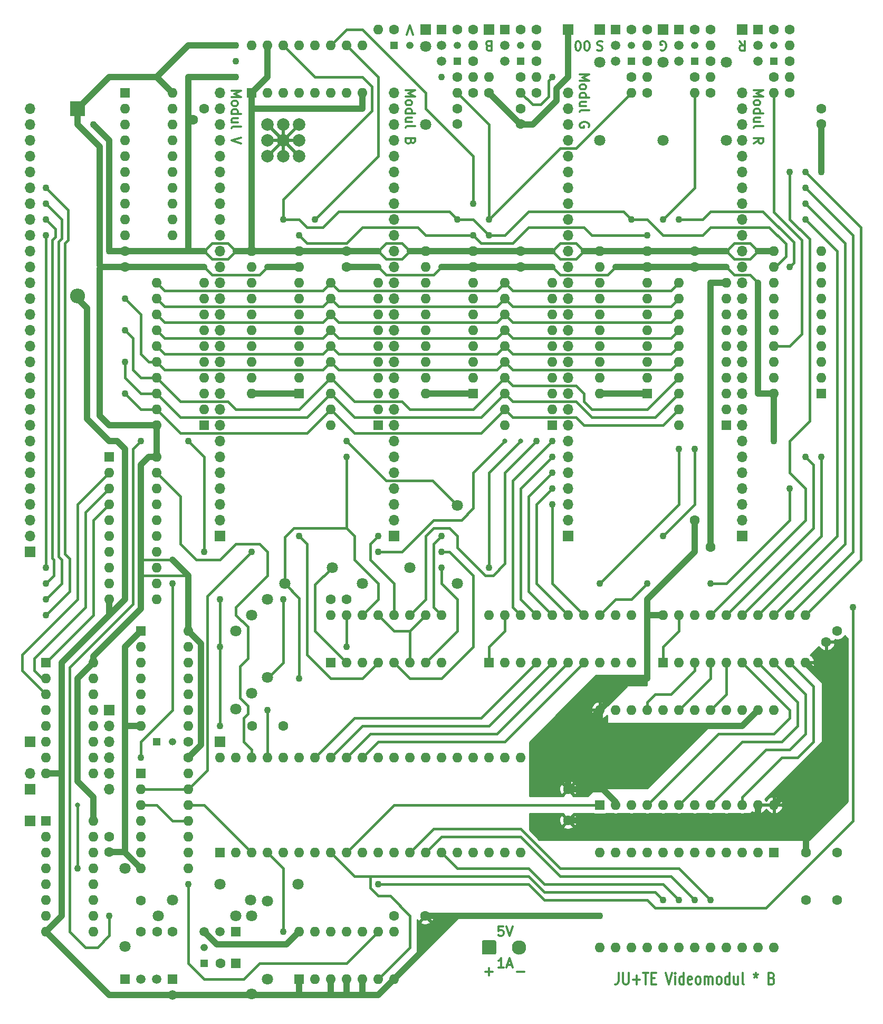
<source format=gbr>
%TF.GenerationSoftware,KiCad,Pcbnew,5.1.10*%
%TF.CreationDate,2021-12-20T20:01:49+01:00*%
%TF.ProjectId,Videoerweiterung,56696465-6f65-4727-9765-69746572756e,1*%
%TF.SameCoordinates,Original*%
%TF.FileFunction,Copper,L1,Top*%
%TF.FilePolarity,Positive*%
%FSLAX46Y46*%
G04 Gerber Fmt 4.6, Leading zero omitted, Abs format (unit mm)*
G04 Created by KiCad (PCBNEW 5.1.10) date 2021-12-20 20:01:49*
%MOMM*%
%LPD*%
G01*
G04 APERTURE LIST*
%TA.AperFunction,NonConductor*%
%ADD10C,0.300000*%
%TD*%
%TA.AperFunction,ComponentPad*%
%ADD11O,1.500000X1.500000*%
%TD*%
%TA.AperFunction,ComponentPad*%
%ADD12R,1.500000X1.500000*%
%TD*%
%TA.AperFunction,SMDPad,CuDef*%
%ADD13C,2.000000*%
%TD*%
%TA.AperFunction,SMDPad,CuDef*%
%ADD14R,0.500000X5.080000*%
%TD*%
%TA.AperFunction,SMDPad,CuDef*%
%ADD15R,5.080000X0.500000*%
%TD*%
%TA.AperFunction,SMDPad,CuDef*%
%ADD16C,0.100000*%
%TD*%
%TA.AperFunction,ComponentPad*%
%ADD17C,2.300000*%
%TD*%
%TA.AperFunction,ComponentPad*%
%ADD18C,1.600000*%
%TD*%
%TA.AperFunction,ComponentPad*%
%ADD19O,1.700000X1.700000*%
%TD*%
%TA.AperFunction,ComponentPad*%
%ADD20R,1.700000X1.700000*%
%TD*%
%TA.AperFunction,ComponentPad*%
%ADD21O,2.400000X2.400000*%
%TD*%
%TA.AperFunction,ComponentPad*%
%ADD22R,2.400000X2.400000*%
%TD*%
%TA.AperFunction,ComponentPad*%
%ADD23O,1.600000X1.600000*%
%TD*%
%TA.AperFunction,ComponentPad*%
%ADD24C,1.500000*%
%TD*%
%TA.AperFunction,ComponentPad*%
%ADD25O,1.200000X1.200000*%
%TD*%
%TA.AperFunction,ComponentPad*%
%ADD26R,1.200000X1.200000*%
%TD*%
%TA.AperFunction,ComponentPad*%
%ADD27R,1.600000X1.600000*%
%TD*%
%TA.AperFunction,ComponentPad*%
%ADD28C,1.800000*%
%TD*%
%TA.AperFunction,ViaPad*%
%ADD29C,1.100000*%
%TD*%
%TA.AperFunction,ViaPad*%
%ADD30C,0.800000*%
%TD*%
%TA.AperFunction,Conductor*%
%ADD31C,1.000000*%
%TD*%
%TA.AperFunction,Conductor*%
%ADD32C,0.400000*%
%TD*%
%TA.AperFunction,Conductor*%
%ADD33C,0.254000*%
%TD*%
%TA.AperFunction,Conductor*%
%ADD34C,0.100000*%
%TD*%
G04 APERTURE END LIST*
D10*
X109720000Y-54161428D02*
X109220000Y-52661428D01*
X108720000Y-54161428D01*
X121812857Y-55987142D02*
X121598571Y-55915714D01*
X121527142Y-55844285D01*
X121455714Y-55701428D01*
X121455714Y-55487142D01*
X121527142Y-55344285D01*
X121598571Y-55272857D01*
X121741428Y-55201428D01*
X122312857Y-55201428D01*
X122312857Y-56701428D01*
X121812857Y-56701428D01*
X121670000Y-56630000D01*
X121598571Y-56558571D01*
X121527142Y-56415714D01*
X121527142Y-56272857D01*
X121598571Y-56130000D01*
X121670000Y-56058571D01*
X121812857Y-55987142D01*
X122312857Y-55987142D01*
X137691714Y-56701428D02*
X137548857Y-56701428D01*
X137406000Y-56630000D01*
X137334571Y-56558571D01*
X137263142Y-56415714D01*
X137191714Y-56130000D01*
X137191714Y-55772857D01*
X137263142Y-55487142D01*
X137334571Y-55344285D01*
X137406000Y-55272857D01*
X137548857Y-55201428D01*
X137691714Y-55201428D01*
X137834571Y-55272857D01*
X137906000Y-55344285D01*
X137977428Y-55487142D01*
X138048857Y-55772857D01*
X138048857Y-56130000D01*
X137977428Y-56415714D01*
X137906000Y-56558571D01*
X137834571Y-56630000D01*
X137691714Y-56701428D01*
X136263142Y-56701428D02*
X136120285Y-56701428D01*
X135977428Y-56630000D01*
X135906000Y-56558571D01*
X135834571Y-56415714D01*
X135763142Y-56130000D01*
X135763142Y-55772857D01*
X135834571Y-55487142D01*
X135906000Y-55344285D01*
X135977428Y-55272857D01*
X136120285Y-55201428D01*
X136263142Y-55201428D01*
X136406000Y-55272857D01*
X136477428Y-55344285D01*
X136548857Y-55487142D01*
X136620285Y-55772857D01*
X136620285Y-56130000D01*
X136548857Y-56415714D01*
X136477428Y-56558571D01*
X136406000Y-56630000D01*
X136263142Y-56701428D01*
X140128571Y-55272857D02*
X139914285Y-55201428D01*
X139557142Y-55201428D01*
X139414285Y-55272857D01*
X139342857Y-55344285D01*
X139271428Y-55487142D01*
X139271428Y-55630000D01*
X139342857Y-55772857D01*
X139414285Y-55844285D01*
X139557142Y-55915714D01*
X139842857Y-55987142D01*
X139985714Y-56058571D01*
X140057142Y-56130000D01*
X140128571Y-56272857D01*
X140128571Y-56415714D01*
X140057142Y-56558571D01*
X139985714Y-56630000D01*
X139842857Y-56701428D01*
X139485714Y-56701428D01*
X139271428Y-56630000D01*
X149467142Y-56630000D02*
X149610000Y-56701428D01*
X149824285Y-56701428D01*
X150038571Y-56630000D01*
X150181428Y-56487142D01*
X150252857Y-56344285D01*
X150324285Y-56058571D01*
X150324285Y-55844285D01*
X150252857Y-55558571D01*
X150181428Y-55415714D01*
X150038571Y-55272857D01*
X149824285Y-55201428D01*
X149681428Y-55201428D01*
X149467142Y-55272857D01*
X149395714Y-55344285D01*
X149395714Y-55844285D01*
X149681428Y-55844285D01*
X162095714Y-55201428D02*
X162595714Y-55915714D01*
X162952857Y-55201428D02*
X162952857Y-56701428D01*
X162381428Y-56701428D01*
X162238571Y-56630000D01*
X162167142Y-56558571D01*
X162095714Y-56415714D01*
X162095714Y-56201428D01*
X162167142Y-56058571D01*
X162238571Y-55987142D01*
X162381428Y-55915714D01*
X162952857Y-55915714D01*
X142725714Y-204754285D02*
X142725714Y-206040000D01*
X142654285Y-206297142D01*
X142511428Y-206468571D01*
X142297142Y-206554285D01*
X142154285Y-206554285D01*
X143440000Y-204754285D02*
X143440000Y-206211428D01*
X143511428Y-206382857D01*
X143582857Y-206468571D01*
X143725714Y-206554285D01*
X144011428Y-206554285D01*
X144154285Y-206468571D01*
X144225714Y-206382857D01*
X144297142Y-206211428D01*
X144297142Y-204754285D01*
X145011428Y-205868571D02*
X146154285Y-205868571D01*
X145582857Y-206554285D02*
X145582857Y-205182857D01*
X146654285Y-204754285D02*
X147511428Y-204754285D01*
X147082857Y-206554285D02*
X147082857Y-204754285D01*
X148011428Y-205611428D02*
X148511428Y-205611428D01*
X148725714Y-206554285D02*
X148011428Y-206554285D01*
X148011428Y-204754285D01*
X148725714Y-204754285D01*
X150297142Y-204754285D02*
X150797142Y-206554285D01*
X151297142Y-204754285D01*
X151797142Y-206554285D02*
X151797142Y-205354285D01*
X151797142Y-204754285D02*
X151725714Y-204840000D01*
X151797142Y-204925714D01*
X151868571Y-204840000D01*
X151797142Y-204754285D01*
X151797142Y-204925714D01*
X153154285Y-206554285D02*
X153154285Y-204754285D01*
X153154285Y-206468571D02*
X153011428Y-206554285D01*
X152725714Y-206554285D01*
X152582857Y-206468571D01*
X152511428Y-206382857D01*
X152440000Y-206211428D01*
X152440000Y-205697142D01*
X152511428Y-205525714D01*
X152582857Y-205440000D01*
X152725714Y-205354285D01*
X153011428Y-205354285D01*
X153154285Y-205440000D01*
X154440000Y-206468571D02*
X154297142Y-206554285D01*
X154011428Y-206554285D01*
X153868571Y-206468571D01*
X153797142Y-206297142D01*
X153797142Y-205611428D01*
X153868571Y-205440000D01*
X154011428Y-205354285D01*
X154297142Y-205354285D01*
X154440000Y-205440000D01*
X154511428Y-205611428D01*
X154511428Y-205782857D01*
X153797142Y-205954285D01*
X155368571Y-206554285D02*
X155225714Y-206468571D01*
X155154285Y-206382857D01*
X155082857Y-206211428D01*
X155082857Y-205697142D01*
X155154285Y-205525714D01*
X155225714Y-205440000D01*
X155368571Y-205354285D01*
X155582857Y-205354285D01*
X155725714Y-205440000D01*
X155797142Y-205525714D01*
X155868571Y-205697142D01*
X155868571Y-206211428D01*
X155797142Y-206382857D01*
X155725714Y-206468571D01*
X155582857Y-206554285D01*
X155368571Y-206554285D01*
X156511428Y-206554285D02*
X156511428Y-205354285D01*
X156511428Y-205525714D02*
X156582857Y-205440000D01*
X156725714Y-205354285D01*
X156940000Y-205354285D01*
X157082857Y-205440000D01*
X157154285Y-205611428D01*
X157154285Y-206554285D01*
X157154285Y-205611428D02*
X157225714Y-205440000D01*
X157368571Y-205354285D01*
X157582857Y-205354285D01*
X157725714Y-205440000D01*
X157797142Y-205611428D01*
X157797142Y-206554285D01*
X158725714Y-206554285D02*
X158582857Y-206468571D01*
X158511428Y-206382857D01*
X158440000Y-206211428D01*
X158440000Y-205697142D01*
X158511428Y-205525714D01*
X158582857Y-205440000D01*
X158725714Y-205354285D01*
X158940000Y-205354285D01*
X159082857Y-205440000D01*
X159154285Y-205525714D01*
X159225714Y-205697142D01*
X159225714Y-206211428D01*
X159154285Y-206382857D01*
X159082857Y-206468571D01*
X158940000Y-206554285D01*
X158725714Y-206554285D01*
X160511428Y-206554285D02*
X160511428Y-204754285D01*
X160511428Y-206468571D02*
X160368571Y-206554285D01*
X160082857Y-206554285D01*
X159940000Y-206468571D01*
X159868571Y-206382857D01*
X159797142Y-206211428D01*
X159797142Y-205697142D01*
X159868571Y-205525714D01*
X159940000Y-205440000D01*
X160082857Y-205354285D01*
X160368571Y-205354285D01*
X160511428Y-205440000D01*
X161868571Y-205354285D02*
X161868571Y-206554285D01*
X161225714Y-205354285D02*
X161225714Y-206297142D01*
X161297142Y-206468571D01*
X161440000Y-206554285D01*
X161654285Y-206554285D01*
X161797142Y-206468571D01*
X161868571Y-206382857D01*
X162797142Y-206554285D02*
X162654285Y-206468571D01*
X162582857Y-206297142D01*
X162582857Y-204754285D01*
X164725714Y-204754285D02*
X164725714Y-205182857D01*
X164368571Y-205011428D02*
X164725714Y-205182857D01*
X165082857Y-205011428D01*
X164511428Y-205525714D02*
X164725714Y-205182857D01*
X164940000Y-205525714D01*
X167297142Y-205611428D02*
X167511428Y-205697142D01*
X167582857Y-205782857D01*
X167654285Y-205954285D01*
X167654285Y-206211428D01*
X167582857Y-206382857D01*
X167511428Y-206468571D01*
X167368571Y-206554285D01*
X166797142Y-206554285D01*
X166797142Y-204754285D01*
X167297142Y-204754285D01*
X167440000Y-204840000D01*
X167511428Y-204925714D01*
X167582857Y-205097142D01*
X167582857Y-205268571D01*
X167511428Y-205440000D01*
X167440000Y-205525714D01*
X167297142Y-205611428D01*
X166797142Y-205611428D01*
X126428571Y-204577142D02*
X127571428Y-204577142D01*
X121348571Y-204577142D02*
X122491428Y-204577142D01*
X121920000Y-205148571D02*
X121920000Y-204005714D01*
X124174285Y-197288571D02*
X123460000Y-197288571D01*
X123388571Y-198002857D01*
X123460000Y-197931428D01*
X123602857Y-197860000D01*
X123960000Y-197860000D01*
X124102857Y-197931428D01*
X124174285Y-198002857D01*
X124245714Y-198145714D01*
X124245714Y-198502857D01*
X124174285Y-198645714D01*
X124102857Y-198717142D01*
X123960000Y-198788571D01*
X123602857Y-198788571D01*
X123460000Y-198717142D01*
X123388571Y-198645714D01*
X124674285Y-197288571D02*
X125174285Y-198788571D01*
X125674285Y-197288571D01*
X124245714Y-203888571D02*
X123388571Y-203888571D01*
X123817142Y-203888571D02*
X123817142Y-202388571D01*
X123674285Y-202602857D01*
X123531428Y-202745714D01*
X123388571Y-202817142D01*
X124817142Y-203460000D02*
X125531428Y-203460000D01*
X124674285Y-203888571D02*
X125174285Y-202388571D01*
X125674285Y-203888571D01*
X164421428Y-63060000D02*
X165921428Y-63060000D01*
X164850000Y-63560000D01*
X165921428Y-64060000D01*
X164421428Y-64060000D01*
X164421428Y-64988571D02*
X164492857Y-64845714D01*
X164564285Y-64774285D01*
X164707142Y-64702857D01*
X165135714Y-64702857D01*
X165278571Y-64774285D01*
X165350000Y-64845714D01*
X165421428Y-64988571D01*
X165421428Y-65202857D01*
X165350000Y-65345714D01*
X165278571Y-65417142D01*
X165135714Y-65488571D01*
X164707142Y-65488571D01*
X164564285Y-65417142D01*
X164492857Y-65345714D01*
X164421428Y-65202857D01*
X164421428Y-64988571D01*
X164421428Y-66774285D02*
X165921428Y-66774285D01*
X164492857Y-66774285D02*
X164421428Y-66631428D01*
X164421428Y-66345714D01*
X164492857Y-66202857D01*
X164564285Y-66131428D01*
X164707142Y-66060000D01*
X165135714Y-66060000D01*
X165278571Y-66131428D01*
X165350000Y-66202857D01*
X165421428Y-66345714D01*
X165421428Y-66631428D01*
X165350000Y-66774285D01*
X165421428Y-68131428D02*
X164421428Y-68131428D01*
X165421428Y-67488571D02*
X164635714Y-67488571D01*
X164492857Y-67560000D01*
X164421428Y-67702857D01*
X164421428Y-67917142D01*
X164492857Y-68060000D01*
X164564285Y-68131428D01*
X164421428Y-69060000D02*
X164492857Y-68917142D01*
X164635714Y-68845714D01*
X165921428Y-68845714D01*
X164421428Y-71631428D02*
X165135714Y-71131428D01*
X164421428Y-70774285D02*
X165921428Y-70774285D01*
X165921428Y-71345714D01*
X165850000Y-71488571D01*
X165778571Y-71560000D01*
X165635714Y-71631428D01*
X165421428Y-71631428D01*
X165278571Y-71560000D01*
X165207142Y-71488571D01*
X165135714Y-71345714D01*
X165135714Y-70774285D01*
X136481428Y-60520000D02*
X137981428Y-60520000D01*
X136910000Y-61020000D01*
X137981428Y-61520000D01*
X136481428Y-61520000D01*
X136481428Y-62448571D02*
X136552857Y-62305714D01*
X136624285Y-62234285D01*
X136767142Y-62162857D01*
X137195714Y-62162857D01*
X137338571Y-62234285D01*
X137410000Y-62305714D01*
X137481428Y-62448571D01*
X137481428Y-62662857D01*
X137410000Y-62805714D01*
X137338571Y-62877142D01*
X137195714Y-62948571D01*
X136767142Y-62948571D01*
X136624285Y-62877142D01*
X136552857Y-62805714D01*
X136481428Y-62662857D01*
X136481428Y-62448571D01*
X136481428Y-64234285D02*
X137981428Y-64234285D01*
X136552857Y-64234285D02*
X136481428Y-64091428D01*
X136481428Y-63805714D01*
X136552857Y-63662857D01*
X136624285Y-63591428D01*
X136767142Y-63520000D01*
X137195714Y-63520000D01*
X137338571Y-63591428D01*
X137410000Y-63662857D01*
X137481428Y-63805714D01*
X137481428Y-64091428D01*
X137410000Y-64234285D01*
X137481428Y-65591428D02*
X136481428Y-65591428D01*
X137481428Y-64948571D02*
X136695714Y-64948571D01*
X136552857Y-65020000D01*
X136481428Y-65162857D01*
X136481428Y-65377142D01*
X136552857Y-65520000D01*
X136624285Y-65591428D01*
X136481428Y-66520000D02*
X136552857Y-66377142D01*
X136695714Y-66305714D01*
X137981428Y-66305714D01*
X137910000Y-69020000D02*
X137981428Y-68877142D01*
X137981428Y-68662857D01*
X137910000Y-68448571D01*
X137767142Y-68305714D01*
X137624285Y-68234285D01*
X137338571Y-68162857D01*
X137124285Y-68162857D01*
X136838571Y-68234285D01*
X136695714Y-68305714D01*
X136552857Y-68448571D01*
X136481428Y-68662857D01*
X136481428Y-68805714D01*
X136552857Y-69020000D01*
X136624285Y-69091428D01*
X137124285Y-69091428D01*
X137124285Y-68805714D01*
X80601428Y-63167142D02*
X82101428Y-63167142D01*
X81030000Y-63667142D01*
X82101428Y-64167142D01*
X80601428Y-64167142D01*
X80601428Y-65095714D02*
X80672857Y-64952857D01*
X80744285Y-64881428D01*
X80887142Y-64810000D01*
X81315714Y-64810000D01*
X81458571Y-64881428D01*
X81530000Y-64952857D01*
X81601428Y-65095714D01*
X81601428Y-65310000D01*
X81530000Y-65452857D01*
X81458571Y-65524285D01*
X81315714Y-65595714D01*
X80887142Y-65595714D01*
X80744285Y-65524285D01*
X80672857Y-65452857D01*
X80601428Y-65310000D01*
X80601428Y-65095714D01*
X80601428Y-66881428D02*
X82101428Y-66881428D01*
X80672857Y-66881428D02*
X80601428Y-66738571D01*
X80601428Y-66452857D01*
X80672857Y-66310000D01*
X80744285Y-66238571D01*
X80887142Y-66167142D01*
X81315714Y-66167142D01*
X81458571Y-66238571D01*
X81530000Y-66310000D01*
X81601428Y-66452857D01*
X81601428Y-66738571D01*
X81530000Y-66881428D01*
X81601428Y-68238571D02*
X80601428Y-68238571D01*
X81601428Y-67595714D02*
X80815714Y-67595714D01*
X80672857Y-67667142D01*
X80601428Y-67810000D01*
X80601428Y-68024285D01*
X80672857Y-68167142D01*
X80744285Y-68238571D01*
X80601428Y-69167142D02*
X80672857Y-69024285D01*
X80815714Y-68952857D01*
X82101428Y-68952857D01*
X82101428Y-70667142D02*
X80601428Y-71167142D01*
X82101428Y-71667142D01*
X108541428Y-63060000D02*
X110041428Y-63060000D01*
X108970000Y-63560000D01*
X110041428Y-64060000D01*
X108541428Y-64060000D01*
X108541428Y-64988571D02*
X108612857Y-64845714D01*
X108684285Y-64774285D01*
X108827142Y-64702857D01*
X109255714Y-64702857D01*
X109398571Y-64774285D01*
X109470000Y-64845714D01*
X109541428Y-64988571D01*
X109541428Y-65202857D01*
X109470000Y-65345714D01*
X109398571Y-65417142D01*
X109255714Y-65488571D01*
X108827142Y-65488571D01*
X108684285Y-65417142D01*
X108612857Y-65345714D01*
X108541428Y-65202857D01*
X108541428Y-64988571D01*
X108541428Y-66774285D02*
X110041428Y-66774285D01*
X108612857Y-66774285D02*
X108541428Y-66631428D01*
X108541428Y-66345714D01*
X108612857Y-66202857D01*
X108684285Y-66131428D01*
X108827142Y-66060000D01*
X109255714Y-66060000D01*
X109398571Y-66131428D01*
X109470000Y-66202857D01*
X109541428Y-66345714D01*
X109541428Y-66631428D01*
X109470000Y-66774285D01*
X109541428Y-68131428D02*
X108541428Y-68131428D01*
X109541428Y-67488571D02*
X108755714Y-67488571D01*
X108612857Y-67560000D01*
X108541428Y-67702857D01*
X108541428Y-67917142D01*
X108612857Y-68060000D01*
X108684285Y-68131428D01*
X108541428Y-69060000D02*
X108612857Y-68917142D01*
X108755714Y-68845714D01*
X110041428Y-68845714D01*
X109327142Y-71274285D02*
X109255714Y-71488571D01*
X109184285Y-71560000D01*
X109041428Y-71631428D01*
X108827142Y-71631428D01*
X108684285Y-71560000D01*
X108612857Y-71488571D01*
X108541428Y-71345714D01*
X108541428Y-70774285D01*
X110041428Y-70774285D01*
X110041428Y-71274285D01*
X109970000Y-71417142D01*
X109898571Y-71488571D01*
X109755714Y-71560000D01*
X109612857Y-71560000D01*
X109470000Y-71488571D01*
X109398571Y-71417142D01*
X109327142Y-71274285D01*
X109327142Y-70774285D01*
D11*
%TO.P,VD201,2*%
%TO.N,GND*%
X71120000Y-208280000D03*
D12*
%TO.P,VD201,1*%
%TO.N,/Videoprozessor/~VRT*%
X71120000Y-205740000D03*
%TD*%
D13*
%TO.P,LOGO1,1*%
%TO.N,N/C*%
X88900000Y-71120000D03*
X86360000Y-68580000D03*
X88900000Y-68580000D03*
X91440000Y-68580000D03*
X91440000Y-71120000D03*
X91440000Y-73660000D03*
X88900000Y-73660000D03*
X86360000Y-73660000D03*
X86360000Y-71120000D03*
D14*
%TO.P,LOGO1,2*%
X88900000Y-71120000D03*
D15*
X88900000Y-71120000D03*
%TA.AperFunction,SMDPad,CuDef*%
D16*
G36*
X91198097Y-73771650D02*
G01*
X86248350Y-68821903D01*
X86601903Y-68468350D01*
X91551650Y-73418097D01*
X91198097Y-73771650D01*
G37*
%TD.AperFunction*%
%TA.AperFunction,SMDPad,CuDef*%
G36*
X91551650Y-68821903D02*
G01*
X86601903Y-73771650D01*
X86248350Y-73418097D01*
X91198097Y-68468350D01*
X91551650Y-68821903D01*
G37*
%TD.AperFunction*%
%TD*%
D17*
%TO.P,X206,2*%
%TO.N,GND*%
X126720000Y-200660000D03*
%TO.P,X206,1*%
%TO.N,+5V*%
%TA.AperFunction,ComponentPad*%
G36*
G01*
X120770000Y-201560001D02*
X120770000Y-199759999D01*
G75*
G02*
X121019999Y-199510000I249999J0D01*
G01*
X122820001Y-199510000D01*
G75*
G02*
X123070000Y-199759999I0J-249999D01*
G01*
X123070000Y-201560001D01*
G75*
G02*
X122820001Y-201810000I-249999J0D01*
G01*
X121019999Y-201810000D01*
G75*
G02*
X120770000Y-201560001I0J249999D01*
G01*
G37*
%TD.AperFunction*%
%TD*%
D18*
%TO.P,C18,2*%
%TO.N,GND*%
X111680000Y-195580000D03*
%TO.P,C18,1*%
%TO.N,+5V*%
X106680000Y-195580000D03*
%TD*%
%TO.P,C24,2*%
%TO.N,GND*%
X68620000Y-198120000D03*
%TO.P,C24,1*%
%TO.N,+5V*%
X71120000Y-198120000D03*
%TD*%
D19*
%TO.P,X202,2*%
%TO.N,GND*%
X48260000Y-172720000D03*
D20*
%TO.P,X202,1*%
%TO.N,Net-(D19-Pad1)*%
X48260000Y-175260000D03*
%TD*%
%TO.P,X205,1*%
%TO.N,Net-(D13-Pad40)*%
X78740000Y-167640000D03*
%TD*%
D18*
%TO.P,C22,2*%
%TO.N,GND*%
X172800000Y-185420000D03*
%TO.P,C22,1*%
%TO.N,+5V*%
X177800000Y-185420000D03*
%TD*%
%TO.P,C20,2*%
%TO.N,GND*%
X176032233Y-151627767D03*
%TO.P,C20,1*%
%TO.N,+5V*%
X177800000Y-149860000D03*
%TD*%
%TO.P,C23,2*%
%TO.N,GND*%
X172800000Y-193040000D03*
%TO.P,C23,1*%
%TO.N,+5V*%
X177800000Y-193040000D03*
%TD*%
%TO.P,C19,2*%
%TO.N,GND*%
X157440000Y-136410127D03*
%TO.P,C19,1*%
%TO.N,+5V*%
X154940000Y-132080000D03*
%TD*%
%TO.P,C17,2*%
%TO.N,GND*%
X60960000Y-185380000D03*
%TO.P,C17,1*%
%TO.N,+5V*%
X60960000Y-182880000D03*
%TD*%
%TO.P,C15,2*%
%TO.N,GND*%
X73660000Y-167680000D03*
%TO.P,C15,1*%
%TO.N,+5V*%
X73660000Y-170180000D03*
%TD*%
%TO.P,C14,2*%
%TO.N,GND*%
X99020000Y-144780000D03*
%TO.P,C14,1*%
%TO.N,+5V*%
X96520000Y-144780000D03*
%TD*%
%TO.P,C13,2*%
%TO.N,GND*%
X154940000Y-88940000D03*
%TO.P,C13,1*%
%TO.N,+5V*%
X154940000Y-91440000D03*
%TD*%
%TO.P,C12,2*%
%TO.N,GND*%
X127000000Y-68540000D03*
%TO.P,C12,1*%
%TO.N,+5V*%
X127000000Y-66040000D03*
%TD*%
%TO.P,C10,2*%
%TO.N,GND*%
X127000000Y-88940000D03*
%TO.P,C10,1*%
%TO.N,+5V*%
X127000000Y-91440000D03*
%TD*%
%TO.P,C9,2*%
%TO.N,GND*%
X63500000Y-88940000D03*
%TO.P,C9,1*%
%TO.N,+5V*%
X63500000Y-91440000D03*
%TD*%
%TO.P,C8,2*%
%TO.N,GND*%
X116840000Y-68540000D03*
%TO.P,C8,1*%
%TO.N,+5V*%
X116840000Y-66040000D03*
%TD*%
%TO.P,C7,2*%
%TO.N,GND*%
X99060000Y-88940000D03*
%TO.P,C7,1*%
%TO.N,+5V*%
X99060000Y-91440000D03*
%TD*%
%TO.P,C5,2*%
%TO.N,GND*%
X175260000Y-68540000D03*
%TO.P,C5,1*%
%TO.N,+5V*%
X175260000Y-66040000D03*
%TD*%
%TO.P,C4,2*%
%TO.N,GND*%
X74392233Y-67807767D03*
%TO.P,C4,1*%
%TO.N,+5V*%
X76160000Y-66040000D03*
%TD*%
%TO.P,C3,2*%
%TO.N,GND*%
X134620000Y-180260000D03*
%TO.P,C3,1*%
%TO.N,+5V*%
X134620000Y-175260000D03*
%TD*%
D21*
%TO.P,C2,2*%
%TO.N,GND*%
X55880000Y-96120000D03*
D22*
%TO.P,C2,1*%
%TO.N,+5V*%
X55880000Y-66040000D03*
%TD*%
D20*
%TO.P,X405,1*%
%TO.N,GND*%
X134620000Y-53340000D03*
%TD*%
%TO.P,X404,1*%
%TO.N,Net-(C1-Pad1)*%
X162560000Y-53340000D03*
%TD*%
%TO.P,X403,1*%
%TO.N,Net-(C6-Pad1)*%
X149860000Y-53340000D03*
%TD*%
%TO.P,X402,1*%
%TO.N,Net-(C11-Pad1)*%
X139700000Y-53340000D03*
%TD*%
%TO.P,X401,1*%
%TO.N,Net-(C16-Pad1)*%
X121920000Y-53340000D03*
%TD*%
%TO.P,X400,1*%
%TO.N,Net-(C21-Pad1)*%
X111760000Y-53340000D03*
%TD*%
D18*
%TO.P,C202,2*%
%TO.N,Net-(C202-Pad2)*%
X83900000Y-165100000D03*
%TO.P,C202,1*%
%TO.N,GND*%
X88900000Y-165100000D03*
%TD*%
D23*
%TO.P,R20,2*%
%TO.N,Net-(C16-Pad1)*%
X121920000Y-60960000D03*
D18*
%TO.P,R20,1*%
%TO.N,GND*%
X121920000Y-63500000D03*
%TD*%
D12*
%TO.P,VT400,1*%
%TO.N,Net-(C21-Pad1)*%
X114300000Y-53340000D03*
D24*
%TO.P,VT400,3*%
%TO.N,+5V*%
X114300000Y-58420000D03*
%TO.P,VT400,2*%
%TO.N,Net-(R22-Pad2)*%
X114300000Y-55880000D03*
%TD*%
D12*
%TO.P,VT404,1*%
%TO.N,Net-(C1-Pad1)*%
X165100000Y-53340000D03*
D24*
%TO.P,VT404,3*%
%TO.N,+5V*%
X165100000Y-58420000D03*
%TO.P,VT404,2*%
%TO.N,Net-(R2-Pad2)*%
X165100000Y-55880000D03*
%TD*%
D12*
%TO.P,VT403,1*%
%TO.N,Net-(C6-Pad1)*%
X152400000Y-53340000D03*
D24*
%TO.P,VT403,3*%
%TO.N,+5V*%
X152400000Y-58420000D03*
%TO.P,VT403,2*%
%TO.N,Net-(R7-Pad2)*%
X152400000Y-55880000D03*
%TD*%
D12*
%TO.P,VT402,1*%
%TO.N,Net-(C11-Pad1)*%
X142240000Y-53340000D03*
D24*
%TO.P,VT402,3*%
%TO.N,+5V*%
X142240000Y-58420000D03*
%TO.P,VT402,2*%
%TO.N,Net-(R12-Pad2)*%
X142240000Y-55880000D03*
%TD*%
D12*
%TO.P,VT401,1*%
%TO.N,Net-(C16-Pad1)*%
X124460000Y-53340000D03*
D24*
%TO.P,VT401,3*%
%TO.N,+5V*%
X124460000Y-58420000D03*
%TO.P,VT401,2*%
%TO.N,Net-(R17-Pad2)*%
X124460000Y-55880000D03*
%TD*%
D12*
%TO.P,VT201,1*%
%TO.N,GND*%
X63500000Y-205740000D03*
D24*
%TO.P,VT201,3*%
%TO.N,/Videoprozessor/~VRT*%
X68580000Y-205740000D03*
%TO.P,VT201,2*%
%TO.N,Net-(C200-Pad1)*%
X66040000Y-205740000D03*
%TD*%
D12*
%TO.P,VT200,1*%
%TO.N,Net-(C201-Pad2)*%
X81280000Y-198120000D03*
D24*
%TO.P,VT200,3*%
%TO.N,+5V*%
X76200000Y-198120000D03*
%TO.P,VT200,2*%
%TO.N,Net-(R200-Pad1)*%
X78740000Y-198120000D03*
%TD*%
D25*
%TO.P,VD405,2*%
%TO.N,Net-(R2-Pad2)*%
X167640000Y-55920000D03*
D26*
%TO.P,VD405,1*%
%TO.N,Net-(R4-Pad1)*%
X167640000Y-58420000D03*
%TD*%
D25*
%TO.P,VD404,2*%
%TO.N,Net-(R7-Pad2)*%
X154940000Y-55920000D03*
D26*
%TO.P,VD404,1*%
%TO.N,Net-(R9-Pad1)*%
X154940000Y-58420000D03*
%TD*%
D25*
%TO.P,VD403,2*%
%TO.N,Net-(R12-Pad2)*%
X144780000Y-55920000D03*
D26*
%TO.P,VD403,1*%
%TO.N,Net-(R14-Pad1)*%
X144780000Y-58420000D03*
%TD*%
D25*
%TO.P,VD402,2*%
%TO.N,Net-(R17-Pad2)*%
X127000000Y-55920000D03*
D26*
%TO.P,VD402,1*%
%TO.N,Net-(R19-Pad1)*%
X127000000Y-58420000D03*
%TD*%
D25*
%TO.P,VD401,2*%
%TO.N,Net-(R22-Pad2)*%
X116840000Y-55920000D03*
D26*
%TO.P,VD401,1*%
%TO.N,Net-(R24-Pad1)*%
X116840000Y-58420000D03*
%TD*%
D25*
%TO.P,VD400,2*%
%TO.N,Net-(R22-Pad2)*%
X109180000Y-55880000D03*
D26*
%TO.P,VD400,1*%
%TO.N,Net-(R26-Pad1)*%
X106680000Y-55880000D03*
%TD*%
D25*
%TO.P,VD202,2*%
%TO.N,Net-(C202-Pad2)*%
X71080000Y-167640000D03*
D26*
%TO.P,VD202,1*%
%TO.N,Net-(D19-Pad4)*%
X68580000Y-167640000D03*
%TD*%
D25*
%TO.P,VD200,2*%
%TO.N,+5V*%
X76200000Y-200700000D03*
D26*
%TO.P,VD200,1*%
%TO.N,Net-(C201-Pad1)*%
X76200000Y-203200000D03*
%TD*%
D23*
%TO.P,D21,16*%
%TO.N,+5V*%
X58420000Y-180340000D03*
%TO.P,D21,8*%
%TO.N,GND*%
X50800000Y-198120000D03*
%TO.P,D21,15*%
X58420000Y-182880000D03*
%TO.P,D21,7*%
%TO.N,Net-(D21-Pad7)*%
X50800000Y-195580000D03*
%TO.P,D21,14*%
%TO.N,Net-(D21-Pad14)*%
X58420000Y-185420000D03*
%TO.P,D21,6*%
%TO.N,Net-(D21-Pad6)*%
X50800000Y-193040000D03*
%TO.P,D21,13*%
%TO.N,Net-(D21-Pad13)*%
X58420000Y-187960000D03*
%TO.P,D21,5*%
%TO.N,Net-(D21-Pad5)*%
X50800000Y-190500000D03*
%TO.P,D21,12*%
%TO.N,Net-(D21-Pad12)*%
X58420000Y-190500000D03*
%TO.P,D21,4*%
%TO.N,DIR*%
X50800000Y-187960000D03*
%TO.P,D21,11*%
%TO.N,Net-(D21-Pad11)*%
X58420000Y-193040000D03*
%TO.P,D21,3*%
%TO.N,+5V*%
X50800000Y-185420000D03*
%TO.P,D21,10*%
%TO.N,Net-(D21-Pad10)*%
X58420000Y-195580000D03*
%TO.P,D21,2*%
%TO.N,R~W*%
X50800000Y-182880000D03*
%TO.P,D21,9*%
%TO.N,Net-(D21-Pad9)*%
X58420000Y-198120000D03*
D27*
%TO.P,D21,1*%
%TO.N,~CS2*%
X50800000Y-180340000D03*
%TD*%
D23*
%TO.P,D20,16*%
%TO.N,+5V*%
X58420000Y-154940000D03*
%TO.P,D20,8*%
%TO.N,GND*%
X50800000Y-172720000D03*
%TO.P,D20,15*%
%TO.N,/Videoprozessor/6000h-63FFh*%
X58420000Y-157480000D03*
%TO.P,D20,7*%
%TO.N,/Videoprozessor/7C00h-7FFFh*%
X50800000Y-170180000D03*
%TO.P,D20,14*%
%TO.N,/Videoprozessor/6400h-67FFh*%
X58420000Y-160020000D03*
%TO.P,D20,6*%
%TO.N,+5V*%
X50800000Y-167640000D03*
%TO.P,D20,13*%
%TO.N,/Videoprozessor/6800h-6BFFh*%
X58420000Y-162560000D03*
%TO.P,D20,5*%
%TO.N,~CS3*%
X50800000Y-165100000D03*
%TO.P,D20,12*%
%TO.N,/Videoprozessor/6C00h-6FFFh*%
X58420000Y-165100000D03*
%TO.P,D20,4*%
%TO.N,~CS3*%
X50800000Y-162560000D03*
%TO.P,D20,11*%
%TO.N,/Videoprozessor/7000h-73FFh*%
X58420000Y-167640000D03*
%TO.P,D20,3*%
%TO.N,/Videoprozessor/A12*%
X50800000Y-160020000D03*
%TO.P,D20,10*%
%TO.N,/Videoprozessor/7400h-77FFh*%
X58420000Y-170180000D03*
%TO.P,D20,2*%
%TO.N,/Videoprozessor/A11*%
X50800000Y-157480000D03*
%TO.P,D20,9*%
%TO.N,/Videoprozessor/7800h-7BFFh*%
X58420000Y-172720000D03*
D27*
%TO.P,D20,1*%
%TO.N,/Videoprozessor/A10*%
X50800000Y-154940000D03*
%TD*%
D23*
%TO.P,D19,14*%
%TO.N,+5V*%
X73660000Y-172720000D03*
%TO.P,D19,7*%
%TO.N,GND*%
X66040000Y-187960000D03*
%TO.P,D19,13*%
%TO.N,T*%
X73660000Y-175260000D03*
%TO.P,D19,6*%
%TO.N,Net-(C200-Pad2)*%
X66040000Y-185420000D03*
%TO.P,D19,12*%
%TO.N,Net-(D13-Pad3)*%
X73660000Y-177800000D03*
%TO.P,D19,5*%
%TO.N,RT*%
X66040000Y-182880000D03*
%TO.P,D19,11*%
%TO.N,~CS2*%
X73660000Y-180340000D03*
%TO.P,D19,4*%
%TO.N,Net-(D19-Pad4)*%
X66040000Y-180340000D03*
%TO.P,D19,10*%
%TO.N,CS2*%
X73660000Y-182880000D03*
%TO.P,D19,3*%
%TO.N,~CS2*%
X66040000Y-177800000D03*
%TO.P,D19,9*%
%TO.N,CS2*%
X73660000Y-185420000D03*
%TO.P,D19,2*%
%TO.N,T*%
X66040000Y-175260000D03*
%TO.P,D19,8*%
%TO.N,~CS2_delay*%
X73660000Y-187960000D03*
D27*
%TO.P,D19,1*%
%TO.N,Net-(D19-Pad1)*%
X66040000Y-172720000D03*
%TD*%
D23*
%TO.P,D18,14*%
%TO.N,+5V*%
X73660000Y-149860000D03*
%TO.P,D18,7*%
%TO.N,GND*%
X66040000Y-165100000D03*
%TO.P,D18,13*%
%TO.N,~EV*%
X73660000Y-152400000D03*
%TO.P,D18,6*%
%TO.N,+5V*%
X66040000Y-162560000D03*
%TO.P,D18,12*%
%TO.N,~EB*%
X73660000Y-154940000D03*
%TO.P,D18,5*%
%TO.N,/Videoprozessor/A7*%
X66040000Y-160020000D03*
%TO.P,D18,11*%
%TO.N,~EG*%
X73660000Y-157480000D03*
%TO.P,D18,4*%
%TO.N,/Videoprozessor/A6*%
X66040000Y-157480000D03*
%TO.P,D18,10*%
%TO.N,~ER*%
X73660000Y-160020000D03*
%TO.P,D18,3*%
%TO.N,/Videoprozessor/A5*%
X66040000Y-154940000D03*
%TO.P,D18,9*%
%TO.N,/Videoprozessor/6000h-63FFh*%
X73660000Y-162560000D03*
%TO.P,D18,2*%
%TO.N,/Videoprozessor/A4*%
X66040000Y-152400000D03*
%TO.P,D18,8*%
%TO.N,Net-(C202-Pad2)*%
X73660000Y-165100000D03*
D27*
%TO.P,D18,1*%
%TO.N,GND*%
X66040000Y-149860000D03*
%TD*%
D23*
%TO.P,D17,20*%
%TO.N,+5V*%
X68580000Y-121920000D03*
%TO.P,D17,10*%
%TO.N,GND*%
X60960000Y-144780000D03*
%TO.P,D17,19*%
%TO.N,~CS2_delay*%
X68580000Y-124460000D03*
%TO.P,D17,9*%
%TO.N,GND*%
X60960000Y-142240000D03*
%TO.P,D17,18*%
%TO.N,VRA12*%
X68580000Y-127000000D03*
%TO.P,D17,8*%
%TO.N,GND*%
X60960000Y-139700000D03*
%TO.P,D17,17*%
%TO.N,VRA11*%
X68580000Y-129540000D03*
%TO.P,D17,7*%
%TO.N,GND*%
X60960000Y-137160000D03*
%TO.P,D17,16*%
%TO.N,VRA10*%
X68580000Y-132080000D03*
%TO.P,D17,6*%
%TO.N,/Videoprozessor/A8*%
X60960000Y-134620000D03*
%TO.P,D17,15*%
%TO.N,VRA9*%
X68580000Y-134620000D03*
%TO.P,D17,5*%
%TO.N,/Videoprozessor/A9*%
X60960000Y-132080000D03*
%TO.P,D17,14*%
%TO.N,VRA8*%
X68580000Y-137160000D03*
%TO.P,D17,4*%
%TO.N,/Videoprozessor/A10*%
X60960000Y-129540000D03*
%TO.P,D17,13*%
%TO.N,Net-(D17-Pad13)*%
X68580000Y-139700000D03*
%TO.P,D17,3*%
%TO.N,/Videoprozessor/A11*%
X60960000Y-127000000D03*
%TO.P,D17,12*%
%TO.N,Net-(D17-Pad12)*%
X68580000Y-142240000D03*
%TO.P,D17,2*%
%TO.N,/Videoprozessor/A12*%
X60960000Y-124460000D03*
%TO.P,D17,11*%
%TO.N,Net-(D17-Pad11)*%
X68580000Y-144780000D03*
D27*
%TO.P,D17,1*%
%TO.N,~CS2*%
X60960000Y-121920000D03*
%TD*%
D23*
%TO.P,D16,20*%
%TO.N,+5V*%
X68580000Y-116840000D03*
%TO.P,D16,10*%
%TO.N,GND*%
X76200000Y-93980000D03*
%TO.P,D16,19*%
%TO.N,D6*%
X68580000Y-114300000D03*
%TO.P,D16,9*%
%TO.N,~EV*%
X76200000Y-96520000D03*
%TO.P,D16,18*%
%TO.N,D4*%
X68580000Y-111760000D03*
%TO.P,D16,8*%
%TO.N,/Steuerung Video-RAM/VVD1*%
X76200000Y-99060000D03*
%TO.P,D16,17*%
%TO.N,D2*%
X68580000Y-109220000D03*
%TO.P,D16,7*%
%TO.N,/Steuerung Video-RAM/VVD3*%
X76200000Y-101600000D03*
%TO.P,D16,16*%
%TO.N,D0*%
X68580000Y-106680000D03*
%TO.P,D16,6*%
%TO.N,/Steuerung Video-RAM/VVD5*%
X76200000Y-104140000D03*
%TO.P,D16,15*%
%TO.N,D7*%
X68580000Y-104140000D03*
%TO.P,D16,5*%
%TO.N,/Steuerung Video-RAM/VVD7*%
X76200000Y-106680000D03*
%TO.P,D16,14*%
%TO.N,D5*%
X68580000Y-101600000D03*
%TO.P,D16,4*%
%TO.N,/Steuerung Video-RAM/VVD0*%
X76200000Y-109220000D03*
%TO.P,D16,13*%
%TO.N,D3*%
X68580000Y-99060000D03*
%TO.P,D16,3*%
%TO.N,/Steuerung Video-RAM/VVD2*%
X76200000Y-111760000D03*
%TO.P,D16,12*%
%TO.N,D1*%
X68580000Y-96520000D03*
%TO.P,D16,2*%
%TO.N,/Steuerung Video-RAM/VVD4*%
X76200000Y-114300000D03*
%TO.P,D16,11*%
%TO.N,DIR*%
X68580000Y-93980000D03*
D27*
%TO.P,D16,1*%
%TO.N,/Steuerung Video-RAM/VVD6*%
X76200000Y-116840000D03*
%TD*%
D23*
%TO.P,D15,20*%
%TO.N,+5V*%
X71120000Y-63500000D03*
%TO.P,D15,10*%
%TO.N,GND*%
X63500000Y-86360000D03*
%TO.P,D15,19*%
%TO.N,~CS2_delay*%
X71120000Y-66040000D03*
%TO.P,D15,9*%
%TO.N,/Videoprozessor/A0*%
X63500000Y-83820000D03*
%TO.P,D15,18*%
%TO.N,VRA7*%
X71120000Y-68580000D03*
%TO.P,D15,8*%
%TO.N,/Videoprozessor/A1*%
X63500000Y-81280000D03*
%TO.P,D15,17*%
%TO.N,VRA6*%
X71120000Y-71120000D03*
%TO.P,D15,7*%
%TO.N,/Videoprozessor/A2*%
X63500000Y-78740000D03*
%TO.P,D15,16*%
%TO.N,VRA5*%
X71120000Y-73660000D03*
%TO.P,D15,6*%
%TO.N,/Videoprozessor/A3*%
X63500000Y-76200000D03*
%TO.P,D15,15*%
%TO.N,VRA4*%
X71120000Y-76200000D03*
%TO.P,D15,5*%
%TO.N,/Videoprozessor/A4*%
X63500000Y-73660000D03*
%TO.P,D15,14*%
%TO.N,VRA3*%
X71120000Y-78740000D03*
%TO.P,D15,4*%
%TO.N,/Videoprozessor/A5*%
X63500000Y-71120000D03*
%TO.P,D15,13*%
%TO.N,VRA2*%
X71120000Y-81280000D03*
%TO.P,D15,3*%
%TO.N,/Videoprozessor/A6*%
X63500000Y-68580000D03*
%TO.P,D15,12*%
%TO.N,VRA1*%
X71120000Y-83820000D03*
%TO.P,D15,2*%
%TO.N,/Videoprozessor/A7*%
X63500000Y-66040000D03*
%TO.P,D15,11*%
%TO.N,VRA0*%
X71120000Y-86360000D03*
D27*
%TO.P,D15,1*%
%TO.N,~CS2*%
X63500000Y-63500000D03*
%TD*%
D23*
%TO.P,D14,14*%
%TO.N,+5V*%
X91440000Y-198120000D03*
%TO.P,D14,7*%
%TO.N,GND*%
X106680000Y-205740000D03*
%TO.P,D14,13*%
%TO.N,Net-(D14-Pad13)*%
X93980000Y-198120000D03*
%TO.P,D14,6*%
%TO.N,/Videoprozessor/~VDS*%
X104140000Y-205740000D03*
%TO.P,D14,12*%
%TO.N,Net-(D14-Pad12)*%
X96520000Y-198120000D03*
%TO.P,D14,5*%
%TO.N,GND*%
X101600000Y-205740000D03*
%TO.P,D14,11*%
%TO.N,Net-(D14-Pad11)*%
X99060000Y-198120000D03*
%TO.P,D14,4*%
%TO.N,GND*%
X99060000Y-205740000D03*
%TO.P,D14,10*%
%TO.N,S1*%
X101600000Y-198120000D03*
%TO.P,D14,3*%
%TO.N,GND*%
X96520000Y-205740000D03*
%TO.P,D14,9*%
%TO.N,T*%
X104140000Y-198120000D03*
%TO.P,D14,2*%
%TO.N,/Videoprozessor/VP3.7*%
X93980000Y-205740000D03*
%TO.P,D14,8*%
%TO.N,+5V*%
X106680000Y-198120000D03*
D27*
%TO.P,D14,1*%
%TO.N,GND*%
X91440000Y-205740000D03*
%TD*%
D23*
%TO.P,D13,40*%
%TO.N,Net-(D13-Pad40)*%
X78740000Y-170180000D03*
%TO.P,D13,20*%
%TO.N,Net-(D13-Pad20)*%
X127000000Y-185420000D03*
%TO.P,D13,39*%
%TO.N,CS2*%
X81280000Y-170180000D03*
%TO.P,D13,19*%
%TO.N,Net-(D13-Pad19)*%
X124460000Y-185420000D03*
%TO.P,D13,38*%
%TO.N,~CS2_delay*%
X83820000Y-170180000D03*
%TO.P,D13,18*%
%TO.N,Net-(D13-Pad18)*%
X121920000Y-185420000D03*
%TO.P,D13,37*%
%TO.N,/Videoprozessor/~VDS*%
X86360000Y-170180000D03*
%TO.P,D13,17*%
%TO.N,Net-(D13-Pad17)*%
X119380000Y-185420000D03*
%TO.P,D13,36*%
%TO.N,/Videoprozessor/xA12*%
X88900000Y-170180000D03*
%TO.P,D13,16*%
%TO.N,Net-(D13-Pad16)*%
X116840000Y-185420000D03*
%TO.P,D13,35*%
%TO.N,/Videoprozessor/xA11*%
X91440000Y-170180000D03*
%TO.P,D13,15*%
%TO.N,/Videoprozessor/VA10*%
X114300000Y-185420000D03*
%TO.P,D13,34*%
%TO.N,/Videoprozessor/xA10*%
X93980000Y-170180000D03*
%TO.P,D13,14*%
%TO.N,/Videoprozessor/VA9*%
X111760000Y-185420000D03*
%TO.P,D13,33*%
%TO.N,/Videoprozessor/xA9*%
X96520000Y-170180000D03*
%TO.P,D13,13*%
%TO.N,/Videoprozessor/VA8*%
X109220000Y-185420000D03*
%TO.P,D13,32*%
%TO.N,/Videoprozessor/xA8*%
X99060000Y-170180000D03*
%TO.P,D13,12*%
%TO.N,GND*%
X106680000Y-185420000D03*
%TO.P,D13,31*%
%TO.N,/Videoprozessor/xA7*%
X101600000Y-170180000D03*
%TO.P,D13,11*%
%TO.N,GND*%
X104140000Y-185420000D03*
%TO.P,D13,30*%
%TO.N,Net-(D13-Pad30)*%
X104140000Y-170180000D03*
%TO.P,D13,10*%
%TO.N,~SYN*%
X101600000Y-185420000D03*
%TO.P,D13,29*%
%TO.N,Net-(D13-Pad29)*%
X106680000Y-170180000D03*
%TO.P,D13,9*%
%TO.N,/Videoprozessor/~VAS*%
X99060000Y-185420000D03*
%TO.P,D13,28*%
%TO.N,/Videoprozessor/VAD7*%
X109220000Y-170180000D03*
%TO.P,D13,8*%
%TO.N,/Videoprozessor/~VDS*%
X96520000Y-185420000D03*
%TO.P,D13,27*%
%TO.N,/Videoprozessor/VAD6*%
X111760000Y-170180000D03*
%TO.P,D13,7*%
%TO.N,Net-(D13-Pad7)*%
X93980000Y-185420000D03*
%TO.P,D13,26*%
%TO.N,/Videoprozessor/VAD5*%
X114300000Y-170180000D03*
%TO.P,D13,6*%
%TO.N,/Videoprozessor/~VRT*%
X91440000Y-185420000D03*
%TO.P,D13,25*%
%TO.N,/Videoprozessor/VAD4*%
X116840000Y-170180000D03*
%TO.P,D13,5*%
%TO.N,Net-(D13-Pad5)*%
X88900000Y-185420000D03*
%TO.P,D13,24*%
%TO.N,/Videoprozessor/VAD3*%
X119380000Y-170180000D03*
%TO.P,D13,4*%
%TO.N,/Videoprozessor/VP3.7*%
X86360000Y-185420000D03*
%TO.P,D13,23*%
%TO.N,/Videoprozessor/VAD2*%
X121920000Y-170180000D03*
%TO.P,D13,3*%
%TO.N,Net-(D13-Pad3)*%
X83820000Y-185420000D03*
%TO.P,D13,22*%
%TO.N,/Videoprozessor/VAD1*%
X124460000Y-170180000D03*
%TO.P,D13,2*%
%TO.N,Net-(D13-Pad2)*%
X81280000Y-185420000D03*
%TO.P,D13,21*%
%TO.N,/Videoprozessor/VAD0*%
X127000000Y-170180000D03*
D27*
%TO.P,D13,1*%
%TO.N,+5V*%
X78740000Y-185420000D03*
%TD*%
D23*
%TO.P,D12,20*%
%TO.N,+5V*%
X83820000Y-111760000D03*
%TO.P,D12,10*%
%TO.N,GND*%
X91440000Y-88900000D03*
%TO.P,D12,19*%
%TO.N,S1*%
X83820000Y-109220000D03*
%TO.P,D12,9*%
%TO.N,+5V*%
X91440000Y-91440000D03*
%TO.P,D12,18*%
X83820000Y-106680000D03*
%TO.P,D12,8*%
%TO.N,Net-(D12-Pad8)*%
X91440000Y-93980000D03*
%TO.P,D12,17*%
%TO.N,YV*%
X83820000Y-104140000D03*
%TO.P,D12,7*%
%TO.N,/Steuerung Video-RAM/VVD0*%
X91440000Y-96520000D03*
%TO.P,D12,16*%
%TO.N,/Steuerung Video-RAM/VVD7*%
X83820000Y-101600000D03*
%TO.P,D12,6*%
%TO.N,/Steuerung Video-RAM/VVD2*%
X91440000Y-99060000D03*
%TO.P,D12,15*%
%TO.N,/Steuerung Video-RAM/VVD5*%
X83820000Y-99060000D03*
%TO.P,D12,5*%
%TO.N,/Steuerung Video-RAM/VVD4*%
X91440000Y-101600000D03*
%TO.P,D12,14*%
%TO.N,/Steuerung Video-RAM/VVD3*%
X83820000Y-96520000D03*
%TO.P,D12,4*%
%TO.N,/Steuerung Video-RAM/VVD6*%
X91440000Y-104140000D03*
%TO.P,D12,13*%
%TO.N,/Steuerung Video-RAM/VVD1*%
X83820000Y-93980000D03*
%TO.P,D12,3*%
%TO.N,+5V*%
X91440000Y-106680000D03*
%TO.P,D12,12*%
%TO.N,T*%
X83820000Y-91440000D03*
%TO.P,D12,2*%
%TO.N,+5V*%
X91440000Y-109220000D03*
%TO.P,D12,11*%
%TO.N,GND*%
X83820000Y-88900000D03*
D27*
%TO.P,D12,1*%
%TO.N,+5V*%
X91440000Y-111760000D03*
%TD*%
D23*
%TO.P,D11,20*%
%TO.N,+5V*%
X96520000Y-116840000D03*
%TO.P,D11,10*%
%TO.N,GND*%
X104140000Y-93980000D03*
%TO.P,D11,19*%
%TO.N,D6*%
X96520000Y-114300000D03*
%TO.P,D11,9*%
%TO.N,~EB*%
X104140000Y-96520000D03*
%TO.P,D11,18*%
%TO.N,D4*%
X96520000Y-111760000D03*
%TO.P,D11,8*%
%TO.N,/Steuerung Video-RAM/VBD1*%
X104140000Y-99060000D03*
%TO.P,D11,17*%
%TO.N,D2*%
X96520000Y-109220000D03*
%TO.P,D11,7*%
%TO.N,/Steuerung Video-RAM/VBD3*%
X104140000Y-101600000D03*
%TO.P,D11,16*%
%TO.N,D0*%
X96520000Y-106680000D03*
%TO.P,D11,6*%
%TO.N,/Steuerung Video-RAM/VBD5*%
X104140000Y-104140000D03*
%TO.P,D11,15*%
%TO.N,D7*%
X96520000Y-104140000D03*
%TO.P,D11,5*%
%TO.N,/Steuerung Video-RAM/VBD7*%
X104140000Y-106680000D03*
%TO.P,D11,14*%
%TO.N,D5*%
X96520000Y-101600000D03*
%TO.P,D11,4*%
%TO.N,/Steuerung Video-RAM/VBD0*%
X104140000Y-109220000D03*
%TO.P,D11,13*%
%TO.N,D3*%
X96520000Y-99060000D03*
%TO.P,D11,3*%
%TO.N,/Steuerung Video-RAM/VBD2*%
X104140000Y-111760000D03*
%TO.P,D11,12*%
%TO.N,D1*%
X96520000Y-96520000D03*
%TO.P,D11,2*%
%TO.N,/Steuerung Video-RAM/VBD4*%
X104140000Y-114300000D03*
%TO.P,D11,11*%
%TO.N,DIR*%
X96520000Y-93980000D03*
D27*
%TO.P,D11,1*%
%TO.N,/Steuerung Video-RAM/VBD6*%
X104140000Y-116840000D03*
%TD*%
D23*
%TO.P,D10,16*%
%TO.N,+5V*%
X96520000Y-147320000D03*
%TO.P,D10,8*%
%TO.N,GND*%
X114300000Y-154940000D03*
%TO.P,D10,15*%
X99060000Y-147320000D03*
%TO.P,D10,7*%
%TO.N,~SR*%
X111760000Y-154940000D03*
%TO.P,D10,14*%
%TO.N,~EB*%
X101600000Y-147320000D03*
%TO.P,D10,6*%
%TO.N,/Videoprozessor/~VDS*%
X109220000Y-154940000D03*
%TO.P,D10,13*%
X104140000Y-147320000D03*
%TO.P,D10,5*%
%TO.N,~ER*%
X106680000Y-154940000D03*
%TO.P,D10,12*%
%TO.N,~SB*%
X106680000Y-147320000D03*
%TO.P,D10,4*%
%TO.N,~SV*%
X104140000Y-154940000D03*
%TO.P,D10,11*%
%TO.N,~EG*%
X109220000Y-147320000D03*
%TO.P,D10,3*%
%TO.N,/Videoprozessor/~VDS*%
X101600000Y-154940000D03*
%TO.P,D10,10*%
X111760000Y-147320000D03*
%TO.P,D10,2*%
%TO.N,~EV*%
X99060000Y-154940000D03*
%TO.P,D10,9*%
%TO.N,~SG*%
X114300000Y-147320000D03*
D27*
%TO.P,D10,1*%
%TO.N,~CS2*%
X96520000Y-154940000D03*
%TD*%
D23*
%TO.P,D9,20*%
%TO.N,+5V*%
X111760000Y-111760000D03*
%TO.P,D9,10*%
%TO.N,GND*%
X119380000Y-88900000D03*
%TO.P,D9,19*%
%TO.N,S1*%
X111760000Y-109220000D03*
%TO.P,D9,9*%
%TO.N,+5V*%
X119380000Y-91440000D03*
%TO.P,D9,18*%
X111760000Y-106680000D03*
%TO.P,D9,8*%
%TO.N,Net-(D9-Pad8)*%
X119380000Y-93980000D03*
%TO.P,D9,17*%
%TO.N,YB*%
X111760000Y-104140000D03*
%TO.P,D9,7*%
%TO.N,/Steuerung Video-RAM/VBD0*%
X119380000Y-96520000D03*
%TO.P,D9,16*%
%TO.N,/Steuerung Video-RAM/VBD7*%
X111760000Y-101600000D03*
%TO.P,D9,6*%
%TO.N,/Steuerung Video-RAM/VBD2*%
X119380000Y-99060000D03*
%TO.P,D9,15*%
%TO.N,/Steuerung Video-RAM/VBD5*%
X111760000Y-99060000D03*
%TO.P,D9,5*%
%TO.N,/Steuerung Video-RAM/VBD4*%
X119380000Y-101600000D03*
%TO.P,D9,14*%
%TO.N,/Steuerung Video-RAM/VBD3*%
X111760000Y-96520000D03*
%TO.P,D9,4*%
%TO.N,/Steuerung Video-RAM/VBD6*%
X119380000Y-104140000D03*
%TO.P,D9,13*%
%TO.N,/Steuerung Video-RAM/VBD1*%
X111760000Y-93980000D03*
%TO.P,D9,3*%
%TO.N,+5V*%
X119380000Y-106680000D03*
%TO.P,D9,12*%
%TO.N,T*%
X111760000Y-91440000D03*
%TO.P,D9,2*%
%TO.N,+5V*%
X119380000Y-109220000D03*
%TO.P,D9,11*%
%TO.N,GND*%
X111760000Y-88900000D03*
D27*
%TO.P,D9,1*%
%TO.N,+5V*%
X119380000Y-111760000D03*
%TD*%
D23*
%TO.P,D8,20*%
%TO.N,+5V*%
X121920000Y-147320000D03*
%TO.P,D8,10*%
%TO.N,GND*%
X144780000Y-154940000D03*
%TO.P,D8,19*%
%TO.N,CS2*%
X124460000Y-147320000D03*
%TO.P,D8,9*%
%TO.N,GND*%
X142240000Y-154940000D03*
%TO.P,D8,18*%
%TO.N,VRA12*%
X127000000Y-147320000D03*
%TO.P,D8,8*%
%TO.N,GND*%
X139700000Y-154940000D03*
%TO.P,D8,17*%
%TO.N,VRA11*%
X129540000Y-147320000D03*
%TO.P,D8,7*%
%TO.N,/Videoprozessor/xA7*%
X137160000Y-154940000D03*
%TO.P,D8,16*%
%TO.N,VRA10*%
X132080000Y-147320000D03*
%TO.P,D8,6*%
%TO.N,/Videoprozessor/xA8*%
X134620000Y-154940000D03*
%TO.P,D8,15*%
%TO.N,VRA9*%
X134620000Y-147320000D03*
%TO.P,D8,5*%
%TO.N,/Videoprozessor/xA9*%
X132080000Y-154940000D03*
%TO.P,D8,14*%
%TO.N,VRA8*%
X137160000Y-147320000D03*
%TO.P,D8,4*%
%TO.N,/Videoprozessor/xA10*%
X129540000Y-154940000D03*
%TO.P,D8,13*%
%TO.N,VRA7*%
X139700000Y-147320000D03*
%TO.P,D8,3*%
%TO.N,/Videoprozessor/xA11*%
X127000000Y-154940000D03*
%TO.P,D8,12*%
%TO.N,Net-(D8-Pad12)*%
X142240000Y-147320000D03*
%TO.P,D8,2*%
%TO.N,/Videoprozessor/xA12*%
X124460000Y-154940000D03*
%TO.P,D8,11*%
%TO.N,Net-(D8-Pad11)*%
X144780000Y-147320000D03*
D27*
%TO.P,D8,1*%
%TO.N,CS2*%
X121920000Y-154940000D03*
%TD*%
D23*
%TO.P,D7,20*%
%TO.N,+5V*%
X124460000Y-116840000D03*
%TO.P,D7,10*%
%TO.N,GND*%
X132080000Y-93980000D03*
%TO.P,D7,19*%
%TO.N,D6*%
X124460000Y-114300000D03*
%TO.P,D7,9*%
%TO.N,~EG*%
X132080000Y-96520000D03*
%TO.P,D7,18*%
%TO.N,D4*%
X124460000Y-111760000D03*
%TO.P,D7,8*%
%TO.N,/Steuerung Video-RAM/VGD1*%
X132080000Y-99060000D03*
%TO.P,D7,17*%
%TO.N,D2*%
X124460000Y-109220000D03*
%TO.P,D7,7*%
%TO.N,/Steuerung Video-RAM/VGD3*%
X132080000Y-101600000D03*
%TO.P,D7,16*%
%TO.N,D0*%
X124460000Y-106680000D03*
%TO.P,D7,6*%
%TO.N,/Steuerung Video-RAM/VGD5*%
X132080000Y-104140000D03*
%TO.P,D7,15*%
%TO.N,D7*%
X124460000Y-104140000D03*
%TO.P,D7,5*%
%TO.N,/Steuerung Video-RAM/VGD7*%
X132080000Y-106680000D03*
%TO.P,D7,14*%
%TO.N,D5*%
X124460000Y-101600000D03*
%TO.P,D7,4*%
%TO.N,/Steuerung Video-RAM/VGD0*%
X132080000Y-109220000D03*
%TO.P,D7,13*%
%TO.N,D3*%
X124460000Y-99060000D03*
%TO.P,D7,3*%
%TO.N,/Steuerung Video-RAM/VGD2*%
X132080000Y-111760000D03*
%TO.P,D7,12*%
%TO.N,D1*%
X124460000Y-96520000D03*
%TO.P,D7,2*%
%TO.N,/Steuerung Video-RAM/VGD4*%
X132080000Y-114300000D03*
%TO.P,D7,11*%
%TO.N,DIR*%
X124460000Y-93980000D03*
D27*
%TO.P,D7,1*%
%TO.N,/Steuerung Video-RAM/VGD6*%
X132080000Y-116840000D03*
%TD*%
D23*
%TO.P,D6,24*%
%TO.N,+5V*%
X167640000Y-200660000D03*
%TO.P,D6,12*%
%TO.N,GND*%
X139700000Y-185420000D03*
%TO.P,D6,23*%
%TO.N,/Videoprozessor/VA8*%
X165100000Y-200660000D03*
%TO.P,D6,11*%
%TO.N,/Videoprozessor/VAD2*%
X142240000Y-185420000D03*
%TO.P,D6,22*%
%TO.N,/Videoprozessor/VA9*%
X162560000Y-200660000D03*
%TO.P,D6,10*%
%TO.N,/Videoprozessor/VAD1*%
X144780000Y-185420000D03*
%TO.P,D6,21*%
%TO.N,+5V*%
X160020000Y-200660000D03*
%TO.P,D6,9*%
%TO.N,/Videoprozessor/VAD0*%
X147320000Y-185420000D03*
%TO.P,D6,20*%
%TO.N,/Videoprozessor/~VDS*%
X157480000Y-200660000D03*
%TO.P,D6,8*%
%TO.N,/Videoprozessor/VA0*%
X149860000Y-185420000D03*
%TO.P,D6,19*%
%TO.N,/Videoprozessor/VA10*%
X154940000Y-200660000D03*
%TO.P,D6,7*%
%TO.N,/Videoprozessor/VA1*%
X152400000Y-185420000D03*
%TO.P,D6,18*%
%TO.N,/Videoprozessor/~VDS*%
X152400000Y-200660000D03*
%TO.P,D6,6*%
%TO.N,/Videoprozessor/VA2*%
X154940000Y-185420000D03*
%TO.P,D6,17*%
%TO.N,/Videoprozessor/VAD7*%
X149860000Y-200660000D03*
%TO.P,D6,5*%
%TO.N,/Videoprozessor/VA3*%
X157480000Y-185420000D03*
%TO.P,D6,16*%
%TO.N,/Videoprozessor/VAD6*%
X147320000Y-200660000D03*
%TO.P,D6,4*%
%TO.N,/Videoprozessor/VA4*%
X160020000Y-185420000D03*
%TO.P,D6,15*%
%TO.N,/Videoprozessor/VAD5*%
X144780000Y-200660000D03*
%TO.P,D6,3*%
%TO.N,/Videoprozessor/VA5*%
X162560000Y-185420000D03*
%TO.P,D6,14*%
%TO.N,/Videoprozessor/VAD4*%
X142240000Y-200660000D03*
%TO.P,D6,2*%
%TO.N,/Videoprozessor/VA6*%
X165100000Y-185420000D03*
%TO.P,D6,13*%
%TO.N,/Videoprozessor/VAD3*%
X139700000Y-200660000D03*
D27*
%TO.P,D6,1*%
%TO.N,/Videoprozessor/VA7*%
X167640000Y-185420000D03*
%TD*%
D23*
%TO.P,D5,24*%
%TO.N,+5V*%
X139700000Y-162560000D03*
%TO.P,D5,12*%
%TO.N,GND*%
X167640000Y-177800000D03*
%TO.P,D5,23*%
%TO.N,Net-(D5-Pad23)*%
X142240000Y-162560000D03*
%TO.P,D5,11*%
%TO.N,GND*%
X165100000Y-177800000D03*
%TO.P,D5,22*%
%TO.N,/Videoprozessor/VAD4*%
X144780000Y-162560000D03*
%TO.P,D5,10*%
%TO.N,/Videoprozessor/VA3*%
X162560000Y-177800000D03*
%TO.P,D5,21*%
%TO.N,/Videoprozessor/VA4*%
X147320000Y-162560000D03*
%TO.P,D5,9*%
%TO.N,/Videoprozessor/VAD3*%
X160020000Y-177800000D03*
%TO.P,D5,20*%
%TO.N,/Videoprozessor/VAD5*%
X149860000Y-162560000D03*
%TO.P,D5,8*%
%TO.N,/Videoprozessor/VA2*%
X157480000Y-177800000D03*
%TO.P,D5,19*%
%TO.N,/Videoprozessor/VA5*%
X152400000Y-162560000D03*
%TO.P,D5,7*%
%TO.N,/Videoprozessor/VAD2*%
X154940000Y-177800000D03*
%TO.P,D5,18*%
%TO.N,/Videoprozessor/VAD6*%
X154940000Y-162560000D03*
%TO.P,D5,6*%
%TO.N,/Videoprozessor/VA1*%
X152400000Y-177800000D03*
%TO.P,D5,17*%
%TO.N,/Videoprozessor/VA6*%
X157480000Y-162560000D03*
%TO.P,D5,5*%
%TO.N,/Videoprozessor/VAD1*%
X149860000Y-177800000D03*
%TO.P,D5,16*%
%TO.N,/Videoprozessor/VAD7*%
X160020000Y-162560000D03*
%TO.P,D5,4*%
%TO.N,/Videoprozessor/VA0*%
X147320000Y-177800000D03*
%TO.P,D5,15*%
%TO.N,/Videoprozessor/VA7*%
X162560000Y-162560000D03*
%TO.P,D5,3*%
%TO.N,/Videoprozessor/VAD0*%
X144780000Y-177800000D03*
%TO.P,D5,14*%
%TO.N,+5V*%
X165100000Y-162560000D03*
%TO.P,D5,2*%
X142240000Y-177800000D03*
%TO.P,D5,13*%
X167640000Y-162560000D03*
D27*
%TO.P,D5,1*%
%TO.N,/Videoprozessor/~VAS*%
X139700000Y-177800000D03*
%TD*%
D23*
%TO.P,D4,20*%
%TO.N,+5V*%
X139700000Y-111760000D03*
%TO.P,D4,10*%
%TO.N,GND*%
X147320000Y-88900000D03*
%TO.P,D4,19*%
%TO.N,S1*%
X139700000Y-109220000D03*
%TO.P,D4,9*%
%TO.N,+5V*%
X147320000Y-91440000D03*
%TO.P,D4,18*%
X139700000Y-106680000D03*
%TO.P,D4,8*%
%TO.N,Net-(D4-Pad8)*%
X147320000Y-93980000D03*
%TO.P,D4,17*%
%TO.N,YG*%
X139700000Y-104140000D03*
%TO.P,D4,7*%
%TO.N,/Steuerung Video-RAM/VGD0*%
X147320000Y-96520000D03*
%TO.P,D4,16*%
%TO.N,/Steuerung Video-RAM/VGD7*%
X139700000Y-101600000D03*
%TO.P,D4,6*%
%TO.N,/Steuerung Video-RAM/VGD2*%
X147320000Y-99060000D03*
%TO.P,D4,15*%
%TO.N,/Steuerung Video-RAM/VGD5*%
X139700000Y-99060000D03*
%TO.P,D4,5*%
%TO.N,/Steuerung Video-RAM/VGD4*%
X147320000Y-101600000D03*
%TO.P,D4,14*%
%TO.N,/Steuerung Video-RAM/VGD3*%
X139700000Y-96520000D03*
%TO.P,D4,4*%
%TO.N,/Steuerung Video-RAM/VGD6*%
X147320000Y-104140000D03*
%TO.P,D4,13*%
%TO.N,/Steuerung Video-RAM/VGD1*%
X139700000Y-93980000D03*
%TO.P,D4,3*%
%TO.N,+5V*%
X147320000Y-106680000D03*
%TO.P,D4,12*%
%TO.N,T*%
X139700000Y-91440000D03*
%TO.P,D4,2*%
%TO.N,+5V*%
X147320000Y-109220000D03*
%TO.P,D4,11*%
%TO.N,GND*%
X139700000Y-88900000D03*
D27*
%TO.P,D4,1*%
%TO.N,+5V*%
X147320000Y-111760000D03*
%TD*%
D23*
%TO.P,D3,20*%
%TO.N,+5V*%
X152400000Y-116840000D03*
%TO.P,D3,10*%
%TO.N,GND*%
X160020000Y-93980000D03*
%TO.P,D3,19*%
%TO.N,D6*%
X152400000Y-114300000D03*
%TO.P,D3,9*%
%TO.N,~ER*%
X160020000Y-96520000D03*
%TO.P,D3,18*%
%TO.N,D4*%
X152400000Y-111760000D03*
%TO.P,D3,8*%
%TO.N,/Steuerung Video-RAM/VRD1*%
X160020000Y-99060000D03*
%TO.P,D3,17*%
%TO.N,D2*%
X152400000Y-109220000D03*
%TO.P,D3,7*%
%TO.N,/Steuerung Video-RAM/VRD3*%
X160020000Y-101600000D03*
%TO.P,D3,16*%
%TO.N,D0*%
X152400000Y-106680000D03*
%TO.P,D3,6*%
%TO.N,/Steuerung Video-RAM/VRD5*%
X160020000Y-104140000D03*
%TO.P,D3,15*%
%TO.N,D7*%
X152400000Y-104140000D03*
%TO.P,D3,5*%
%TO.N,/Steuerung Video-RAM/VRD7*%
X160020000Y-106680000D03*
%TO.P,D3,14*%
%TO.N,D5*%
X152400000Y-101600000D03*
%TO.P,D3,4*%
%TO.N,/Steuerung Video-RAM/VRD0*%
X160020000Y-109220000D03*
%TO.P,D3,13*%
%TO.N,D3*%
X152400000Y-99060000D03*
%TO.P,D3,3*%
%TO.N,/Steuerung Video-RAM/VRD2*%
X160020000Y-111760000D03*
%TO.P,D3,12*%
%TO.N,D1*%
X152400000Y-96520000D03*
%TO.P,D3,2*%
%TO.N,/Steuerung Video-RAM/VRD4*%
X160020000Y-114300000D03*
%TO.P,D3,11*%
%TO.N,DIR*%
X152400000Y-93980000D03*
D27*
%TO.P,D3,1*%
%TO.N,/Steuerung Video-RAM/VRD6*%
X160020000Y-116840000D03*
%TD*%
D23*
%TO.P,D2,20*%
%TO.N,+5V*%
X149860000Y-147320000D03*
%TO.P,D2,10*%
%TO.N,GND*%
X172720000Y-154940000D03*
%TO.P,D2,19*%
%TO.N,CS2*%
X152400000Y-147320000D03*
%TO.P,D2,9*%
%TO.N,/Videoprozessor/VA3*%
X170180000Y-154940000D03*
%TO.P,D2,18*%
%TO.N,Net-(D2-Pad18)*%
X154940000Y-147320000D03*
%TO.P,D2,8*%
%TO.N,/Videoprozessor/VA2*%
X167640000Y-154940000D03*
%TO.P,D2,17*%
%TO.N,VRA4*%
X157480000Y-147320000D03*
%TO.P,D2,7*%
%TO.N,/Videoprozessor/VA1*%
X165100000Y-154940000D03*
%TO.P,D2,16*%
%TO.N,VRA5*%
X160020000Y-147320000D03*
%TO.P,D2,6*%
%TO.N,/Videoprozessor/VA0*%
X162560000Y-154940000D03*
%TO.P,D2,15*%
%TO.N,VRA6*%
X162560000Y-147320000D03*
%TO.P,D2,5*%
%TO.N,/Videoprozessor/VA6*%
X160020000Y-154940000D03*
%TO.P,D2,14*%
%TO.N,VRA0*%
X165100000Y-147320000D03*
%TO.P,D2,4*%
%TO.N,/Videoprozessor/VA5*%
X157480000Y-154940000D03*
%TO.P,D2,13*%
%TO.N,VRA1*%
X167640000Y-147320000D03*
%TO.P,D2,3*%
%TO.N,/Videoprozessor/VA4*%
X154940000Y-154940000D03*
%TO.P,D2,12*%
%TO.N,VRA2*%
X170180000Y-147320000D03*
%TO.P,D2,2*%
%TO.N,GND*%
X152400000Y-154940000D03*
%TO.P,D2,11*%
%TO.N,VRA3*%
X172720000Y-147320000D03*
D27*
%TO.P,D2,1*%
%TO.N,CS2*%
X149860000Y-154940000D03*
%TD*%
D23*
%TO.P,D1,20*%
%TO.N,+5V*%
X167640000Y-111760000D03*
%TO.P,D1,10*%
%TO.N,GND*%
X175260000Y-88900000D03*
%TO.P,D1,19*%
%TO.N,S1*%
X167640000Y-109220000D03*
%TO.P,D1,9*%
%TO.N,+5V*%
X175260000Y-91440000D03*
%TO.P,D1,18*%
X167640000Y-106680000D03*
%TO.P,D1,8*%
%TO.N,Net-(D1-Pad8)*%
X175260000Y-93980000D03*
%TO.P,D1,17*%
%TO.N,YR*%
X167640000Y-104140000D03*
%TO.P,D1,7*%
%TO.N,/Steuerung Video-RAM/VRD0*%
X175260000Y-96520000D03*
%TO.P,D1,16*%
%TO.N,/Steuerung Video-RAM/VRD7*%
X167640000Y-101600000D03*
%TO.P,D1,6*%
%TO.N,/Steuerung Video-RAM/VRD2*%
X175260000Y-99060000D03*
%TO.P,D1,15*%
%TO.N,/Steuerung Video-RAM/VRD5*%
X167640000Y-99060000D03*
%TO.P,D1,5*%
%TO.N,/Steuerung Video-RAM/VRD4*%
X175260000Y-101600000D03*
%TO.P,D1,14*%
%TO.N,/Steuerung Video-RAM/VRD3*%
X167640000Y-96520000D03*
%TO.P,D1,4*%
%TO.N,/Steuerung Video-RAM/VRD6*%
X175260000Y-104140000D03*
%TO.P,D1,13*%
%TO.N,/Steuerung Video-RAM/VRD1*%
X167640000Y-93980000D03*
%TO.P,D1,3*%
%TO.N,+5V*%
X175260000Y-106680000D03*
%TO.P,D1,12*%
%TO.N,T*%
X167640000Y-91440000D03*
%TO.P,D1,2*%
%TO.N,+5V*%
X175260000Y-109220000D03*
%TO.P,D1,11*%
%TO.N,GND*%
X167640000Y-88900000D03*
D27*
%TO.P,D1,1*%
%TO.N,+5V*%
X175260000Y-111760000D03*
%TD*%
D23*
%TO.P,D0,16*%
%TO.N,+5V*%
X83820000Y-55880000D03*
%TO.P,D0,8*%
%TO.N,GND*%
X101600000Y-63500000D03*
%TO.P,D0,15*%
X86360000Y-55880000D03*
%TO.P,D0,7*%
%TO.N,/Videoausgabe/v*%
X99060000Y-63500000D03*
%TO.P,D0,14*%
%TO.N,T*%
X88900000Y-55880000D03*
%TO.P,D0,6*%
%TO.N,YV*%
X96520000Y-63500000D03*
%TO.P,D0,13*%
%TO.N,YB*%
X91440000Y-55880000D03*
%TO.P,D0,5*%
X93980000Y-63500000D03*
%TO.P,D0,12*%
X93980000Y-55880000D03*
%TO.P,D0,4*%
%TO.N,YV*%
X91440000Y-63500000D03*
%TO.P,D0,11*%
%TO.N,YB*%
X96520000Y-55880000D03*
%TO.P,D0,3*%
%TO.N,YV*%
X88900000Y-63500000D03*
%TO.P,D0,10*%
X99060000Y-55880000D03*
%TO.P,D0,2*%
%TO.N,/Videoausgabe/~HR*%
X86360000Y-63500000D03*
%TO.P,D0,9*%
%TO.N,/Videoausgabe/b*%
X101600000Y-55880000D03*
D27*
%TO.P,D0,1*%
%TO.N,GND*%
X83820000Y-63500000D03*
%TD*%
D28*
%TO.P,R211,2*%
%TO.N,DIR*%
X116840000Y-129740000D03*
%TO.P,R211,1*%
%TO.N,+5V*%
X116840000Y-142240000D03*
%TD*%
%TO.P,R210,2*%
%TO.N,~ER*%
X83820000Y-159820000D03*
%TO.P,R210,1*%
%TO.N,+5V*%
X83820000Y-147320000D03*
%TD*%
%TO.P,R209,2*%
%TO.N,~EG*%
X86360000Y-157280000D03*
%TO.P,R209,1*%
%TO.N,+5V*%
X86360000Y-144780000D03*
%TD*%
%TO.P,R208,2*%
%TO.N,~EB*%
X89100000Y-142240000D03*
%TO.P,R208,1*%
%TO.N,+5V*%
X101600000Y-142240000D03*
%TD*%
%TO.P,R207,2*%
%TO.N,~EV*%
X96720000Y-139700000D03*
%TO.P,R207,1*%
%TO.N,+5V*%
X109220000Y-139700000D03*
%TD*%
%TO.P,R206,2*%
%TO.N,Net-(C202-Pad2)*%
X81280000Y-162360000D03*
%TO.P,R206,1*%
%TO.N,+5V*%
X81280000Y-149860000D03*
%TD*%
%TO.P,R205,2*%
%TO.N,Net-(D13-Pad3)*%
X91240000Y-190500000D03*
%TO.P,R205,1*%
%TO.N,+5V*%
X78740000Y-190500000D03*
%TD*%
%TO.P,R204,2*%
%TO.N,Net-(C200-Pad2)*%
X63500000Y-187960000D03*
%TO.P,R204,1*%
%TO.N,Net-(C200-Pad1)*%
X63500000Y-200460000D03*
%TD*%
%TO.P,R203,2*%
%TO.N,Net-(C201-Pad1)*%
X86360000Y-193240000D03*
%TO.P,R203,1*%
%TO.N,/Videoprozessor/~VRT*%
X86360000Y-205740000D03*
%TD*%
%TO.P,R202,2*%
%TO.N,GND*%
X83820000Y-208080000D03*
%TO.P,R202,1*%
%TO.N,Net-(C201-Pad2)*%
X83820000Y-195580000D03*
%TD*%
%TO.P,R201,2*%
%TO.N,Net-(R200-Pad1)*%
X83620000Y-193040000D03*
%TO.P,R201,1*%
%TO.N,+5V*%
X71120000Y-193040000D03*
%TD*%
%TO.P,R200,2*%
%TO.N,Net-(C200-Pad2)*%
X68780000Y-195580000D03*
%TO.P,R200,1*%
%TO.N,Net-(R200-Pad1)*%
X81280000Y-195580000D03*
%TD*%
%TO.P,R25,2*%
%TO.N,Net-(C21-Pad1)*%
X111760000Y-56080000D03*
%TO.P,R25,1*%
%TO.N,GND*%
X111760000Y-68580000D03*
%TD*%
%TO.P,R15,2*%
%TO.N,Net-(C11-Pad1)*%
X139700000Y-58620000D03*
%TO.P,R15,1*%
%TO.N,GND*%
X139700000Y-71120000D03*
%TD*%
%TO.P,R10,2*%
%TO.N,Net-(C6-Pad1)*%
X149860000Y-58620000D03*
%TO.P,R10,1*%
%TO.N,GND*%
X149860000Y-71120000D03*
%TD*%
%TO.P,R5,2*%
%TO.N,Net-(C1-Pad1)*%
X160020000Y-58620000D03*
%TO.P,R5,1*%
%TO.N,GND*%
X160020000Y-71120000D03*
%TD*%
D19*
%TO.P,X303,29*%
%TO.N,Net-(X303-Pad29)*%
X134620000Y-63500000D03*
%TO.P,X303,28*%
%TO.N,+5V*%
X134620000Y-66040000D03*
%TO.P,X303,27*%
X134620000Y-68580000D03*
%TO.P,X303,26*%
X134620000Y-71120000D03*
%TO.P,X303,25*%
%TO.N,GND*%
X134620000Y-73660000D03*
%TO.P,X303,24*%
%TO.N,VRA7*%
X134620000Y-76200000D03*
%TO.P,X303,23*%
%TO.N,VRA6*%
X134620000Y-78740000D03*
%TO.P,X303,22*%
%TO.N,VRA5*%
X134620000Y-81280000D03*
%TO.P,X303,21*%
%TO.N,VRA4*%
X134620000Y-83820000D03*
%TO.P,X303,20*%
%TO.N,VRA3*%
X134620000Y-86360000D03*
%TO.P,X303,19*%
%TO.N,VRA2*%
X134620000Y-88900000D03*
%TO.P,X303,18*%
%TO.N,VRA1*%
X134620000Y-91440000D03*
%TO.P,X303,17*%
%TO.N,VRA0*%
X134620000Y-93980000D03*
%TO.P,X303,16*%
%TO.N,/Steuerung Video-RAM/VGD1*%
X134620000Y-96520000D03*
%TO.P,X303,15*%
%TO.N,/Steuerung Video-RAM/VGD3*%
X134620000Y-99060000D03*
%TO.P,X303,14*%
%TO.N,/Steuerung Video-RAM/VGD5*%
X134620000Y-101600000D03*
%TO.P,X303,13*%
%TO.N,/Steuerung Video-RAM/VGD7*%
X134620000Y-104140000D03*
%TO.P,X303,12*%
%TO.N,/Steuerung Video-RAM/VGD0*%
X134620000Y-106680000D03*
%TO.P,X303,11*%
%TO.N,/Steuerung Video-RAM/VGD2*%
X134620000Y-109220000D03*
%TO.P,X303,10*%
%TO.N,/Steuerung Video-RAM/VGD4*%
X134620000Y-111760000D03*
%TO.P,X303,9*%
%TO.N,/Steuerung Video-RAM/VGD6*%
X134620000Y-114300000D03*
%TO.P,X303,8*%
%TO.N,VRA12*%
X134620000Y-116840000D03*
%TO.P,X303,7*%
%TO.N,VRA11*%
X134620000Y-119380000D03*
%TO.P,X303,6*%
%TO.N,VRA10*%
X134620000Y-121920000D03*
%TO.P,X303,5*%
%TO.N,VRA9*%
X134620000Y-124460000D03*
%TO.P,X303,4*%
%TO.N,VRA8*%
X134620000Y-127000000D03*
%TO.P,X303,3*%
%TO.N,DIR*%
X134620000Y-129540000D03*
%TO.P,X303,2*%
%TO.N,+5V*%
X134620000Y-132080000D03*
D20*
%TO.P,X303,1*%
%TO.N,~SG*%
X134620000Y-134620000D03*
%TD*%
D19*
%TO.P,X302,29*%
%TO.N,Net-(X302-Pad29)*%
X106680000Y-63500000D03*
%TO.P,X302,28*%
%TO.N,+5V*%
X106680000Y-66040000D03*
%TO.P,X302,27*%
X106680000Y-68580000D03*
%TO.P,X302,26*%
X106680000Y-71120000D03*
%TO.P,X302,25*%
%TO.N,GND*%
X106680000Y-73660000D03*
%TO.P,X302,24*%
%TO.N,VRA7*%
X106680000Y-76200000D03*
%TO.P,X302,23*%
%TO.N,VRA6*%
X106680000Y-78740000D03*
%TO.P,X302,22*%
%TO.N,VRA5*%
X106680000Y-81280000D03*
%TO.P,X302,21*%
%TO.N,VRA4*%
X106680000Y-83820000D03*
%TO.P,X302,20*%
%TO.N,VRA3*%
X106680000Y-86360000D03*
%TO.P,X302,19*%
%TO.N,VRA2*%
X106680000Y-88900000D03*
%TO.P,X302,18*%
%TO.N,VRA1*%
X106680000Y-91440000D03*
%TO.P,X302,17*%
%TO.N,VRA0*%
X106680000Y-93980000D03*
%TO.P,X302,16*%
%TO.N,/Steuerung Video-RAM/VBD1*%
X106680000Y-96520000D03*
%TO.P,X302,15*%
%TO.N,/Steuerung Video-RAM/VBD3*%
X106680000Y-99060000D03*
%TO.P,X302,14*%
%TO.N,/Steuerung Video-RAM/VBD5*%
X106680000Y-101600000D03*
%TO.P,X302,13*%
%TO.N,/Steuerung Video-RAM/VBD7*%
X106680000Y-104140000D03*
%TO.P,X302,12*%
%TO.N,/Steuerung Video-RAM/VBD0*%
X106680000Y-106680000D03*
%TO.P,X302,11*%
%TO.N,/Steuerung Video-RAM/VBD2*%
X106680000Y-109220000D03*
%TO.P,X302,10*%
%TO.N,/Steuerung Video-RAM/VBD4*%
X106680000Y-111760000D03*
%TO.P,X302,9*%
%TO.N,/Steuerung Video-RAM/VBD6*%
X106680000Y-114300000D03*
%TO.P,X302,8*%
%TO.N,VRA12*%
X106680000Y-116840000D03*
%TO.P,X302,7*%
%TO.N,VRA11*%
X106680000Y-119380000D03*
%TO.P,X302,6*%
%TO.N,VRA10*%
X106680000Y-121920000D03*
%TO.P,X302,5*%
%TO.N,VRA9*%
X106680000Y-124460000D03*
%TO.P,X302,4*%
%TO.N,VRA8*%
X106680000Y-127000000D03*
%TO.P,X302,3*%
%TO.N,DIR*%
X106680000Y-129540000D03*
%TO.P,X302,2*%
%TO.N,+5V*%
X106680000Y-132080000D03*
D20*
%TO.P,X302,1*%
%TO.N,~SB*%
X106680000Y-134620000D03*
%TD*%
D19*
%TO.P,X301,29*%
%TO.N,Net-(X301-Pad29)*%
X162560000Y-63500000D03*
%TO.P,X301,28*%
%TO.N,+5V*%
X162560000Y-66040000D03*
%TO.P,X301,27*%
X162560000Y-68580000D03*
%TO.P,X301,26*%
X162560000Y-71120000D03*
%TO.P,X301,25*%
%TO.N,GND*%
X162560000Y-73660000D03*
%TO.P,X301,24*%
%TO.N,VRA7*%
X162560000Y-76200000D03*
%TO.P,X301,23*%
%TO.N,VRA6*%
X162560000Y-78740000D03*
%TO.P,X301,22*%
%TO.N,VRA5*%
X162560000Y-81280000D03*
%TO.P,X301,21*%
%TO.N,VRA4*%
X162560000Y-83820000D03*
%TO.P,X301,20*%
%TO.N,VRA3*%
X162560000Y-86360000D03*
%TO.P,X301,19*%
%TO.N,VRA2*%
X162560000Y-88900000D03*
%TO.P,X301,18*%
%TO.N,VRA1*%
X162560000Y-91440000D03*
%TO.P,X301,17*%
%TO.N,VRA0*%
X162560000Y-93980000D03*
%TO.P,X301,16*%
%TO.N,/Steuerung Video-RAM/VRD1*%
X162560000Y-96520000D03*
%TO.P,X301,15*%
%TO.N,/Steuerung Video-RAM/VRD3*%
X162560000Y-99060000D03*
%TO.P,X301,14*%
%TO.N,/Steuerung Video-RAM/VRD5*%
X162560000Y-101600000D03*
%TO.P,X301,13*%
%TO.N,/Steuerung Video-RAM/VRD7*%
X162560000Y-104140000D03*
%TO.P,X301,12*%
%TO.N,/Steuerung Video-RAM/VRD0*%
X162560000Y-106680000D03*
%TO.P,X301,11*%
%TO.N,/Steuerung Video-RAM/VRD2*%
X162560000Y-109220000D03*
%TO.P,X301,10*%
%TO.N,/Steuerung Video-RAM/VRD4*%
X162560000Y-111760000D03*
%TO.P,X301,9*%
%TO.N,/Steuerung Video-RAM/VRD6*%
X162560000Y-114300000D03*
%TO.P,X301,8*%
%TO.N,VRA12*%
X162560000Y-116840000D03*
%TO.P,X301,7*%
%TO.N,VRA11*%
X162560000Y-119380000D03*
%TO.P,X301,6*%
%TO.N,VRA10*%
X162560000Y-121920000D03*
%TO.P,X301,5*%
%TO.N,VRA9*%
X162560000Y-124460000D03*
%TO.P,X301,4*%
%TO.N,VRA8*%
X162560000Y-127000000D03*
%TO.P,X301,3*%
%TO.N,DIR*%
X162560000Y-129540000D03*
%TO.P,X301,2*%
%TO.N,+5V*%
X162560000Y-132080000D03*
D20*
%TO.P,X301,1*%
%TO.N,~SR*%
X162560000Y-134620000D03*
%TD*%
D19*
%TO.P,X300,29*%
%TO.N,Net-(X300-Pad29)*%
X78740000Y-63500000D03*
%TO.P,X300,28*%
%TO.N,+5V*%
X78740000Y-66040000D03*
%TO.P,X300,27*%
X78740000Y-68580000D03*
%TO.P,X300,26*%
X78740000Y-71120000D03*
%TO.P,X300,25*%
%TO.N,GND*%
X78740000Y-73660000D03*
%TO.P,X300,24*%
%TO.N,VRA7*%
X78740000Y-76200000D03*
%TO.P,X300,23*%
%TO.N,VRA6*%
X78740000Y-78740000D03*
%TO.P,X300,22*%
%TO.N,VRA5*%
X78740000Y-81280000D03*
%TO.P,X300,21*%
%TO.N,VRA4*%
X78740000Y-83820000D03*
%TO.P,X300,20*%
%TO.N,VRA3*%
X78740000Y-86360000D03*
%TO.P,X300,19*%
%TO.N,VRA2*%
X78740000Y-88900000D03*
%TO.P,X300,18*%
%TO.N,VRA1*%
X78740000Y-91440000D03*
%TO.P,X300,17*%
%TO.N,VRA0*%
X78740000Y-93980000D03*
%TO.P,X300,16*%
%TO.N,/Steuerung Video-RAM/VVD1*%
X78740000Y-96520000D03*
%TO.P,X300,15*%
%TO.N,/Steuerung Video-RAM/VVD3*%
X78740000Y-99060000D03*
%TO.P,X300,14*%
%TO.N,/Steuerung Video-RAM/VVD5*%
X78740000Y-101600000D03*
%TO.P,X300,13*%
%TO.N,/Steuerung Video-RAM/VVD7*%
X78740000Y-104140000D03*
%TO.P,X300,12*%
%TO.N,/Steuerung Video-RAM/VVD0*%
X78740000Y-106680000D03*
%TO.P,X300,11*%
%TO.N,/Steuerung Video-RAM/VVD2*%
X78740000Y-109220000D03*
%TO.P,X300,10*%
%TO.N,/Steuerung Video-RAM/VVD4*%
X78740000Y-111760000D03*
%TO.P,X300,9*%
%TO.N,/Steuerung Video-RAM/VVD6*%
X78740000Y-114300000D03*
%TO.P,X300,8*%
%TO.N,VRA12*%
X78740000Y-116840000D03*
%TO.P,X300,7*%
%TO.N,VRA11*%
X78740000Y-119380000D03*
%TO.P,X300,6*%
%TO.N,VRA10*%
X78740000Y-121920000D03*
%TO.P,X300,5*%
%TO.N,VRA9*%
X78740000Y-124460000D03*
%TO.P,X300,4*%
%TO.N,VRA8*%
X78740000Y-127000000D03*
%TO.P,X300,3*%
%TO.N,DIR*%
X78740000Y-129540000D03*
%TO.P,X300,2*%
%TO.N,+5V*%
X78740000Y-132080000D03*
D20*
%TO.P,X300,1*%
%TO.N,~SV*%
X78740000Y-134620000D03*
%TD*%
%TO.P,X204,1*%
%TO.N,/Videoprozessor/7C00h-7FFFh*%
X48260000Y-167640000D03*
%TD*%
D19*
%TO.P,X203,6*%
%TO.N,/Videoprozessor/7800h-7BFFh*%
X60960000Y-175260000D03*
%TO.P,X203,5*%
%TO.N,/Videoprozessor/7400h-77FFh*%
X60960000Y-172720000D03*
%TO.P,X203,4*%
%TO.N,/Videoprozessor/7000h-73FFh*%
X60960000Y-170180000D03*
%TO.P,X203,3*%
%TO.N,/Videoprozessor/6C00h-6FFFh*%
X60960000Y-167640000D03*
%TO.P,X203,2*%
%TO.N,/Videoprozessor/6800h-6BFFh*%
X60960000Y-165100000D03*
D20*
%TO.P,X203,1*%
%TO.N,/Videoprozessor/6400h-67FFh*%
X60960000Y-162560000D03*
%TD*%
%TO.P,X201,1*%
%TO.N,~CS2*%
X48260000Y-180340000D03*
%TD*%
D19*
%TO.P,X200,29*%
%TO.N,P3.4*%
X48260000Y-66040000D03*
%TO.P,X200,28*%
%TO.N,+5V*%
X48260000Y-68580000D03*
%TO.P,X200,27*%
%TO.N,Net-(X200-Pad27)*%
X48260000Y-71120000D03*
%TO.P,X200,26*%
%TO.N,RT*%
X48260000Y-73660000D03*
%TO.P,X200,25*%
%TO.N,GND*%
X48260000Y-76200000D03*
%TO.P,X200,24*%
%TO.N,/Videoprozessor/A7*%
X48260000Y-78740000D03*
%TO.P,X200,23*%
%TO.N,/Videoprozessor/A6*%
X48260000Y-81280000D03*
%TO.P,X200,22*%
%TO.N,/Videoprozessor/A5*%
X48260000Y-83820000D03*
%TO.P,X200,21*%
%TO.N,/Videoprozessor/A4*%
X48260000Y-86360000D03*
%TO.P,X200,20*%
%TO.N,/Videoprozessor/A3*%
X48260000Y-88900000D03*
%TO.P,X200,19*%
%TO.N,/Videoprozessor/A2*%
X48260000Y-91440000D03*
%TO.P,X200,18*%
%TO.N,/Videoprozessor/A1*%
X48260000Y-93980000D03*
%TO.P,X200,17*%
%TO.N,/Videoprozessor/A0*%
X48260000Y-96520000D03*
%TO.P,X200,16*%
%TO.N,D0*%
X48260000Y-99060000D03*
%TO.P,X200,15*%
%TO.N,D1*%
X48260000Y-101600000D03*
%TO.P,X200,14*%
%TO.N,D2*%
X48260000Y-104140000D03*
%TO.P,X200,13*%
%TO.N,D3*%
X48260000Y-106680000D03*
%TO.P,X200,12*%
%TO.N,D4*%
X48260000Y-109220000D03*
%TO.P,X200,11*%
%TO.N,D5*%
X48260000Y-111760000D03*
%TO.P,X200,10*%
%TO.N,D6*%
X48260000Y-114300000D03*
%TO.P,X200,9*%
%TO.N,D7*%
X48260000Y-116840000D03*
%TO.P,X200,8*%
%TO.N,/Videoprozessor/A12*%
X48260000Y-119380000D03*
%TO.P,X200,7*%
%TO.N,/Videoprozessor/A11*%
X48260000Y-121920000D03*
%TO.P,X200,6*%
%TO.N,/Videoprozessor/A10*%
X48260000Y-124460000D03*
%TO.P,X200,5*%
%TO.N,/Videoprozessor/A9*%
X48260000Y-127000000D03*
%TO.P,X200,4*%
%TO.N,/Videoprozessor/A8*%
X48260000Y-129540000D03*
%TO.P,X200,3*%
%TO.N,R~W*%
X48260000Y-132080000D03*
%TO.P,X200,2*%
%TO.N,~CS3*%
X48260000Y-134620000D03*
D20*
%TO.P,X200,1*%
%TO.N,Net-(X200-Pad1)*%
X48260000Y-137160000D03*
%TD*%
D23*
%TO.P,R26,2*%
%TO.N,/Videoausgabe/v*%
X104140000Y-53340000D03*
D18*
%TO.P,R26,1*%
%TO.N,Net-(R26-Pad1)*%
X106680000Y-53340000D03*
%TD*%
D23*
%TO.P,R24,2*%
%TO.N,~SYN*%
X116840000Y-63500000D03*
D18*
%TO.P,R24,1*%
%TO.N,Net-(R24-Pad1)*%
X116840000Y-60960000D03*
%TD*%
D23*
%TO.P,R23,2*%
%TO.N,Net-(C21-Pad2)*%
X119380000Y-60960000D03*
D18*
%TO.P,R23,1*%
%TO.N,+5V*%
X119380000Y-63500000D03*
%TD*%
D23*
%TO.P,R22,2*%
%TO.N,Net-(R22-Pad2)*%
X119380000Y-55880000D03*
D18*
%TO.P,R22,1*%
%TO.N,Net-(C21-Pad2)*%
X119380000Y-58420000D03*
%TD*%
D23*
%TO.P,R19,2*%
%TO.N,/Videoausgabe/b*%
X127000000Y-63500000D03*
D18*
%TO.P,R19,1*%
%TO.N,Net-(R19-Pad1)*%
X127000000Y-60960000D03*
%TD*%
D23*
%TO.P,R18,2*%
%TO.N,Net-(C16-Pad2)*%
X129540000Y-60960000D03*
D18*
%TO.P,R18,1*%
%TO.N,+5V*%
X129540000Y-63500000D03*
%TD*%
D23*
%TO.P,R17,2*%
%TO.N,Net-(R17-Pad2)*%
X129540000Y-55880000D03*
D18*
%TO.P,R17,1*%
%TO.N,Net-(C16-Pad2)*%
X129540000Y-58420000D03*
%TD*%
D23*
%TO.P,R14,2*%
%TO.N,~SYN*%
X144780000Y-63500000D03*
D18*
%TO.P,R14,1*%
%TO.N,Net-(R14-Pad1)*%
X144780000Y-60960000D03*
%TD*%
D23*
%TO.P,R13,2*%
%TO.N,Net-(C11-Pad2)*%
X147320000Y-60960000D03*
D18*
%TO.P,R13,1*%
%TO.N,+5V*%
X147320000Y-63500000D03*
%TD*%
D23*
%TO.P,R12,2*%
%TO.N,Net-(R12-Pad2)*%
X147320000Y-55880000D03*
D18*
%TO.P,R12,1*%
%TO.N,Net-(C11-Pad2)*%
X147320000Y-58420000D03*
%TD*%
D23*
%TO.P,R9,2*%
%TO.N,YG*%
X154940000Y-63500000D03*
D18*
%TO.P,R9,1*%
%TO.N,Net-(R9-Pad1)*%
X154940000Y-60960000D03*
%TD*%
D23*
%TO.P,R8,2*%
%TO.N,Net-(C6-Pad2)*%
X157480000Y-60960000D03*
D18*
%TO.P,R8,1*%
%TO.N,+5V*%
X157480000Y-63500000D03*
%TD*%
D23*
%TO.P,R7,2*%
%TO.N,Net-(R7-Pad2)*%
X157480000Y-55880000D03*
D18*
%TO.P,R7,1*%
%TO.N,Net-(C6-Pad2)*%
X157480000Y-58420000D03*
%TD*%
D23*
%TO.P,R4,2*%
%TO.N,YR*%
X167640000Y-63500000D03*
D18*
%TO.P,R4,1*%
%TO.N,Net-(R4-Pad1)*%
X167640000Y-60960000D03*
%TD*%
D23*
%TO.P,R3,2*%
%TO.N,Net-(C1-Pad2)*%
X170180000Y-60960000D03*
D18*
%TO.P,R3,1*%
%TO.N,+5V*%
X170180000Y-63500000D03*
%TD*%
D23*
%TO.P,R2,2*%
%TO.N,Net-(R2-Pad2)*%
X170180000Y-55880000D03*
D18*
%TO.P,R2,1*%
%TO.N,Net-(C1-Pad2)*%
X170180000Y-58420000D03*
%TD*%
%TO.P,C201,2*%
%TO.N,Net-(C201-Pad2)*%
X78780000Y-203200000D03*
D27*
%TO.P,C201,1*%
%TO.N,Net-(C201-Pad1)*%
X81280000Y-203200000D03*
%TD*%
D18*
%TO.P,C200,2*%
%TO.N,Net-(C200-Pad2)*%
X66040000Y-193120000D03*
%TO.P,C200,1*%
%TO.N,Net-(C200-Pad1)*%
X66040000Y-198120000D03*
%TD*%
%TO.P,C21,2*%
%TO.N,Net-(C21-Pad2)*%
X119340000Y-53340000D03*
%TO.P,C21,1*%
%TO.N,Net-(C21-Pad1)*%
X116840000Y-53340000D03*
%TD*%
%TO.P,C16,2*%
%TO.N,Net-(C16-Pad2)*%
X129500000Y-53340000D03*
%TO.P,C16,1*%
%TO.N,Net-(C16-Pad1)*%
X127000000Y-53340000D03*
%TD*%
%TO.P,C11,2*%
%TO.N,Net-(C11-Pad2)*%
X147280000Y-53340000D03*
%TO.P,C11,1*%
%TO.N,Net-(C11-Pad1)*%
X144780000Y-53340000D03*
%TD*%
%TO.P,C6,2*%
%TO.N,Net-(C6-Pad2)*%
X157440000Y-53340000D03*
%TO.P,C6,1*%
%TO.N,Net-(C6-Pad1)*%
X154940000Y-53340000D03*
%TD*%
%TO.P,C1,2*%
%TO.N,Net-(C1-Pad2)*%
X170140000Y-53340000D03*
%TO.P,C1,1*%
%TO.N,Net-(C1-Pad1)*%
X167640000Y-53340000D03*
%TD*%
D29*
%TO.N,GND*%
X58420000Y-68580000D03*
X81280000Y-60960000D03*
X175260000Y-76200000D03*
X71120000Y-88900000D03*
X99060000Y-152400000D03*
X139700000Y-195580000D03*
X60960000Y-88900000D03*
%TO.N,+5V*%
X114300000Y-60960000D03*
X101600000Y-142240000D03*
X81280000Y-55880000D03*
X167640000Y-119380000D03*
D30*
%TO.N,T*%
X124460000Y-119380000D03*
D29*
X88900000Y-83820000D03*
X116840000Y-83820000D03*
X144780000Y-83820000D03*
X121920000Y-86360000D03*
X104140000Y-137160000D03*
X83820000Y-137160000D03*
X73660000Y-190500000D03*
%TO.N,YV*%
X93980000Y-83820000D03*
%TO.N,YB*%
X119380000Y-81280000D03*
%TO.N,/Videoausgabe/~HR*%
X81280000Y-58420000D03*
%TO.N,/Videoausgabe/b*%
X132080000Y-60960000D03*
%TO.N,S1*%
X119380000Y-86360000D03*
X91440000Y-86360000D03*
X147320000Y-86360000D03*
X152400000Y-83820000D03*
X170180000Y-91440000D03*
X139700000Y-142240000D03*
X152400000Y-120650000D03*
%TO.N,VRA4*%
X170180000Y-76200000D03*
%TO.N,VRA5*%
X172720000Y-121920000D03*
%TO.N,VRA6*%
X175260000Y-121920000D03*
%TO.N,VRA0*%
X172720000Y-83820000D03*
%TO.N,VRA1*%
X172720000Y-81280000D03*
%TO.N,VRA2*%
X172720000Y-78740000D03*
%TO.N,VRA3*%
X172720000Y-76200000D03*
%TO.N,D6*%
X63500000Y-111760000D03*
%TO.N,~ER*%
X154940000Y-120650000D03*
X149860000Y-134620000D03*
X114300000Y-137160000D03*
%TO.N,D4*%
X63500000Y-106680000D03*
%TO.N,D2*%
X63500000Y-101600000D03*
%TO.N,D0*%
X63500000Y-96520000D03*
%TO.N,DIR*%
X71120000Y-142240000D03*
X99060000Y-119380000D03*
X55880000Y-187960000D03*
D30*
X55880000Y-177800000D03*
D29*
X66040000Y-170180000D03*
%TO.N,YG*%
X149860000Y-83820000D03*
%TO.N,/Videoprozessor/VA8*%
X157480000Y-193040000D03*
%TO.N,/Videoprozessor/VA9*%
X154940000Y-193040000D03*
%TO.N,/Videoprozessor/~VDS*%
X86360000Y-162560000D03*
X149860000Y-193040000D03*
%TO.N,/Videoprozessor/VA10*%
X152400000Y-193040000D03*
%TO.N,~EG*%
X129540000Y-119380000D03*
X88900000Y-144780000D03*
%TO.N,VRA12*%
X132080000Y-119380000D03*
%TO.N,VRA11*%
X132080000Y-121920000D03*
%TO.N,VRA10*%
X132080000Y-124460000D03*
%TO.N,VRA9*%
X132080000Y-127000000D03*
%TO.N,VRA8*%
X132080000Y-129540000D03*
%TO.N,VRA7*%
X147320000Y-142240000D03*
X170180000Y-127000000D03*
X157480000Y-142240000D03*
%TO.N,~SR*%
X114300000Y-139700000D03*
%TO.N,~EB*%
X99060000Y-121920000D03*
X91440000Y-157480000D03*
%TO.N,~SB*%
X104140000Y-134620000D03*
%TO.N,~SV*%
X91440000Y-134620000D03*
%TO.N,~EV*%
X73660000Y-119380000D03*
X76200000Y-137160000D03*
%TO.N,~SG*%
X114300000Y-134620000D03*
%TO.N,~CS2*%
X78740000Y-144780000D03*
X78740000Y-152400000D03*
X78740000Y-165100000D03*
D30*
%TO.N,~SYN*%
X127000000Y-119380000D03*
D29*
X121920000Y-83820000D03*
X121920000Y-139700000D03*
X180340000Y-146050000D03*
X104140000Y-190500000D03*
%TO.N,/Videoprozessor/VP3.7*%
X88900000Y-198120000D03*
%TO.N,/Videoprozessor/A4*%
X50800000Y-139700000D03*
X50800000Y-86360000D03*
%TO.N,/Videoprozessor/A5*%
X50800000Y-83820000D03*
X50800000Y-142240000D03*
%TO.N,/Videoprozessor/A6*%
X50800000Y-81280000D03*
X50800000Y-144780000D03*
%TO.N,/Videoprozessor/A7*%
X50800000Y-78740000D03*
X50800000Y-147320000D03*
%TO.N,RT*%
X66040000Y-119380000D03*
X60960000Y-195580000D03*
%TD*%
D31*
%TO.N,GND*%
X86360000Y-60960000D02*
X83820000Y-63500000D01*
X86360000Y-55880000D02*
X86360000Y-60960000D01*
X101600000Y-63500000D02*
X101600000Y-66040000D01*
X101600000Y-66040000D02*
X83820000Y-66040000D01*
X83820000Y-66040000D02*
X83820000Y-63500000D01*
X83820000Y-88900000D02*
X83820000Y-66040000D01*
X121920000Y-63500000D02*
X127000000Y-68580000D01*
X132715000Y-62865000D02*
X134620000Y-60960000D01*
X132715000Y-64770000D02*
X132715000Y-62865000D01*
X128905000Y-68580000D02*
X132715000Y-64770000D01*
X134620000Y-60960000D02*
X134620000Y-53340000D01*
X127000000Y-68580000D02*
X128905000Y-68580000D01*
X73660000Y-68580000D02*
X73660000Y-60960000D01*
X73660000Y-60960000D02*
X81280000Y-60960000D01*
X58420000Y-68580000D02*
X60960000Y-71120000D01*
X60960000Y-71120000D02*
X60960000Y-88900000D01*
X73660000Y-68580000D02*
X73660000Y-88900000D01*
X71120000Y-88900000D02*
X73660000Y-88900000D01*
X60960000Y-88900000D02*
X63500000Y-88900000D01*
X63500000Y-88900000D02*
X71120000Y-88900000D01*
X147320000Y-88900000D02*
X139700000Y-88900000D01*
X119380000Y-88900000D02*
X111760000Y-88900000D01*
X91440000Y-88900000D02*
X83820000Y-88900000D01*
X139700000Y-88900000D02*
X137160000Y-88900000D01*
X132080000Y-88900000D02*
X119380000Y-88900000D01*
X111760000Y-88900000D02*
X109220000Y-88900000D01*
X104140000Y-88900000D02*
X91440000Y-88900000D01*
X175260000Y-76200000D02*
X175260000Y-68540000D01*
D32*
X99060000Y-152400000D02*
X99060000Y-147320000D01*
D31*
X60960000Y-144780000D02*
X60960000Y-147320000D01*
X60960000Y-147320000D02*
X53340000Y-154940000D01*
X53340000Y-154940000D02*
X53340000Y-172720000D01*
X53340000Y-172720000D02*
X50800000Y-172720000D01*
X66040000Y-149860000D02*
X63500000Y-152400000D01*
X66040000Y-187960000D02*
X63500000Y-185420000D01*
X172720000Y-154940000D02*
X176530000Y-158750000D01*
X176530000Y-158750000D02*
X176530000Y-168910000D01*
X176530000Y-168910000D02*
X167640000Y-177800000D01*
X134620000Y-180260000D02*
X165020000Y-180260000D01*
X165100000Y-180180000D02*
X165100000Y-177800000D01*
X165020000Y-180260000D02*
X165100000Y-180180000D01*
X116840000Y-195580000D02*
X106680000Y-205740000D01*
X139700000Y-195580000D02*
X116840000Y-195580000D01*
X116840000Y-195580000D02*
X111680000Y-195580000D01*
X63460000Y-185380000D02*
X63500000Y-185420000D01*
X60960000Y-185380000D02*
X63460000Y-185380000D01*
X63500000Y-165100000D02*
X63500000Y-185420000D01*
X66040000Y-165100000D02*
X63500000Y-165100000D01*
X63500000Y-152400000D02*
X63500000Y-165100000D01*
X60960000Y-208280000D02*
X50800000Y-198120000D01*
X106680000Y-205740000D02*
X104140000Y-208280000D01*
X53340000Y-195580000D02*
X50800000Y-198120000D01*
X53340000Y-172720000D02*
X53340000Y-195580000D01*
X91440000Y-205740000D02*
X91440000Y-208280000D01*
X91440000Y-208280000D02*
X60960000Y-208280000D01*
X96520000Y-205740000D02*
X96520000Y-208280000D01*
X96520000Y-208280000D02*
X91440000Y-208280000D01*
X99060000Y-205740000D02*
X99060000Y-208280000D01*
X99060000Y-208280000D02*
X96520000Y-208280000D01*
X104140000Y-208280000D02*
X99060000Y-208280000D01*
X101600000Y-205740000D02*
X101600000Y-208280000D01*
X160020000Y-88900000D02*
X147320000Y-88900000D01*
D32*
X161290000Y-90170000D02*
X160020000Y-88900000D01*
X163830000Y-90170000D02*
X161290000Y-90170000D01*
X165100000Y-88900000D02*
X163830000Y-90170000D01*
D31*
X167640000Y-88900000D02*
X165100000Y-88900000D01*
D32*
X132080000Y-88900000D02*
X133350000Y-87630000D01*
X133350000Y-87630000D02*
X135890000Y-87630000D01*
X135890000Y-87630000D02*
X137160000Y-88900000D01*
X137160000Y-88900000D02*
X135890000Y-90170000D01*
X135890000Y-90170000D02*
X133350000Y-90170000D01*
X133350000Y-90170000D02*
X132080000Y-88900000D01*
X109220000Y-88900000D02*
X107950000Y-90170000D01*
X107950000Y-90170000D02*
X105410000Y-90170000D01*
X105410000Y-90170000D02*
X104140000Y-88900000D01*
X104140000Y-88900000D02*
X105410000Y-87630000D01*
X105410000Y-87630000D02*
X107950000Y-87630000D01*
X107950000Y-87630000D02*
X109220000Y-88900000D01*
X160020000Y-88900000D02*
X161290000Y-87630000D01*
X163830000Y-87630000D02*
X165100000Y-88900000D01*
X161290000Y-87630000D02*
X163830000Y-87630000D01*
D31*
X63500000Y-144780000D02*
X60960000Y-147320000D01*
X63500000Y-120650000D02*
X63500000Y-144780000D01*
X62230000Y-119380000D02*
X63500000Y-120650000D01*
X60960000Y-119380000D02*
X62230000Y-119380000D01*
X57404000Y-115824000D02*
X60960000Y-119380000D01*
X57404000Y-98044000D02*
X57404000Y-115824000D01*
X55880000Y-96520000D02*
X57404000Y-98044000D01*
X55880000Y-96120000D02*
X55880000Y-96520000D01*
D32*
X80010000Y-90170000D02*
X77470000Y-90170000D01*
X77470000Y-90170000D02*
X76200000Y-88900000D01*
X77470000Y-87630000D02*
X80010000Y-87630000D01*
X76200000Y-88900000D02*
X77470000Y-87630000D01*
X80010000Y-87630000D02*
X81280000Y-88900000D01*
X81280000Y-88900000D02*
X80010000Y-90170000D01*
D31*
X73660000Y-88900000D02*
X76200000Y-88900000D01*
X83820000Y-88900000D02*
X81280000Y-88900000D01*
X157480000Y-136370127D02*
X157440000Y-136410127D01*
X157480000Y-93980000D02*
X157480000Y-136370127D01*
X160020000Y-93980000D02*
X157480000Y-93980000D01*
X172800000Y-180420000D02*
X172800000Y-185420000D01*
X172640000Y-180260000D02*
X172800000Y-180420000D01*
X165020000Y-180260000D02*
X172640000Y-180260000D01*
%TO.N,+5V*%
X139700000Y-111760000D02*
X147320000Y-111760000D01*
X111760000Y-111760000D02*
X119380000Y-111760000D01*
X83820000Y-111760000D02*
X91440000Y-111760000D01*
X68580000Y-60960000D02*
X62230000Y-60960000D01*
X62230000Y-60960000D02*
X60960000Y-60960000D01*
X60960000Y-60960000D02*
X55880000Y-66040000D01*
X68580000Y-60960000D02*
X71120000Y-63500000D01*
X73660000Y-55880000D02*
X68580000Y-60960000D01*
X81280000Y-55880000D02*
X73660000Y-55880000D01*
X99060000Y-91440000D02*
X104140000Y-91440000D01*
D32*
X104140000Y-91440000D02*
X105410000Y-92710000D01*
X105410000Y-92710000D02*
X113030000Y-92710000D01*
X113030000Y-92710000D02*
X114300000Y-91440000D01*
D31*
X114300000Y-91440000D02*
X119380000Y-91440000D01*
X119380000Y-91440000D02*
X132080000Y-91440000D01*
D32*
X132080000Y-91440000D02*
X133350000Y-92710000D01*
X133350000Y-92710000D02*
X140970000Y-92710000D01*
X140970000Y-92710000D02*
X142240000Y-91440000D01*
D31*
X142240000Y-91440000D02*
X147320000Y-91440000D01*
X63500000Y-91440000D02*
X59690000Y-91440000D01*
X147320000Y-91440000D02*
X154940000Y-91440000D01*
X154940000Y-91440000D02*
X160020000Y-91440000D01*
D32*
X160020000Y-91440000D02*
X161290000Y-92710000D01*
X161290000Y-92710000D02*
X163830000Y-92710000D01*
X163830000Y-92710000D02*
X165100000Y-93980000D01*
D31*
X165100000Y-93980000D02*
X165100000Y-111760000D01*
X165100000Y-111760000D02*
X167640000Y-111760000D01*
X91440000Y-91440000D02*
X86360000Y-91440000D01*
D32*
X86360000Y-91440000D02*
X85090000Y-92710000D01*
X85090000Y-92710000D02*
X77470000Y-92710000D01*
X77470000Y-92710000D02*
X76200000Y-91440000D01*
D31*
X76200000Y-91440000D02*
X63500000Y-91440000D01*
X167640000Y-111760000D02*
X167640000Y-119380000D01*
X154940000Y-132080000D02*
X154940000Y-137160000D01*
X154940000Y-137160000D02*
X147320000Y-144780000D01*
X144780000Y-157480000D02*
X139700000Y-162560000D01*
X147320000Y-157480000D02*
X144780000Y-157480000D01*
X149860000Y-147320000D02*
X147320000Y-147320000D01*
X147320000Y-147320000D02*
X147320000Y-157480000D01*
X147320000Y-144780000D02*
X147320000Y-147320000D01*
X134620000Y-167640000D02*
X134620000Y-175260000D01*
X139700000Y-162560000D02*
X134620000Y-167640000D01*
X68580000Y-116840000D02*
X68580000Y-121920000D01*
X67310000Y-121920000D02*
X68580000Y-121920000D01*
X66040000Y-123190000D02*
X67310000Y-121920000D01*
X165100000Y-162560000D02*
X162560000Y-165100000D01*
X162560000Y-165100000D02*
X139700000Y-165100000D01*
X139700000Y-165100000D02*
X139700000Y-162560000D01*
X58420000Y-180340000D02*
X58420000Y-176530000D01*
X58420000Y-176530000D02*
X55880000Y-173990000D01*
X55880000Y-173990000D02*
X55880000Y-157480000D01*
X55880000Y-157480000D02*
X58420000Y-154940000D01*
D32*
X71120000Y-138430000D02*
X66040000Y-138430000D01*
D31*
X73660000Y-140970000D02*
X71120000Y-138430000D01*
X73660000Y-149860000D02*
X73660000Y-140970000D01*
X66040000Y-138430000D02*
X66040000Y-123190000D01*
X75692000Y-168148000D02*
X73660000Y-170180000D01*
X75692000Y-151892000D02*
X75692000Y-168148000D01*
X73660000Y-149860000D02*
X75692000Y-151892000D01*
X89408000Y-200152000D02*
X91440000Y-198120000D01*
X78192000Y-200152000D02*
X89408000Y-200152000D01*
X76200000Y-198160000D02*
X78192000Y-200152000D01*
X55880000Y-68580000D02*
X55880000Y-66040000D01*
X59436000Y-72136000D02*
X55880000Y-68580000D01*
X59436000Y-91186000D02*
X59436000Y-72136000D01*
X59690000Y-91440000D02*
X59436000Y-91186000D01*
X59436000Y-91694000D02*
X59690000Y-91440000D01*
X59436000Y-115316000D02*
X59436000Y-91694000D01*
X60960000Y-116840000D02*
X59436000Y-115316000D01*
X68580000Y-116840000D02*
X60960000Y-116840000D01*
X142240000Y-177292000D02*
X142240000Y-177800000D01*
X140208000Y-175260000D02*
X142240000Y-177292000D01*
X134620000Y-175260000D02*
X140208000Y-175260000D01*
X66040000Y-146304000D02*
X66040000Y-138430000D01*
X58420000Y-153924000D02*
X66040000Y-146304000D01*
X58420000Y-154940000D02*
X58420000Y-153924000D01*
D32*
X71120000Y-140970000D02*
X66040000Y-140970000D01*
X71120000Y-140970000D02*
X73660000Y-140970000D01*
%TO.N,T*%
X115570000Y-82550000D02*
X116840000Y-83820000D01*
X97790000Y-82550000D02*
X115570000Y-82550000D01*
X95250000Y-85090000D02*
X97790000Y-82550000D01*
X92710000Y-85090000D02*
X95250000Y-85090000D01*
X91440000Y-83820000D02*
X92710000Y-85090000D01*
X88900000Y-83820000D02*
X91440000Y-83820000D01*
X144780000Y-83820000D02*
X143510000Y-82550000D01*
X143510000Y-82550000D02*
X134620000Y-82550000D01*
X134620000Y-82550000D02*
X128270000Y-82550000D01*
X124460000Y-86360000D02*
X121920000Y-86360000D01*
X128270000Y-82550000D02*
X124460000Y-86360000D01*
X121920000Y-86360000D02*
X119380000Y-83820000D01*
X119380000Y-83820000D02*
X116840000Y-83820000D01*
X147320000Y-83820000D02*
X144780000Y-83820000D01*
X149860000Y-86360000D02*
X147320000Y-83820000D01*
X156210000Y-86360000D02*
X149860000Y-86360000D01*
X157480000Y-85090000D02*
X156210000Y-86360000D01*
X166878000Y-85090000D02*
X157480000Y-85090000D01*
X169545000Y-87757000D02*
X166878000Y-85090000D01*
X169545000Y-89789000D02*
X169545000Y-87757000D01*
X167894000Y-91440000D02*
X169545000Y-89789000D01*
X167640000Y-91440000D02*
X167894000Y-91440000D01*
X73660000Y-175260000D02*
X66040000Y-175260000D01*
X107950000Y-137160000D02*
X104140000Y-137160000D01*
X113030000Y-132080000D02*
X107950000Y-137160000D01*
X117475000Y-132080000D02*
X113030000Y-132080000D01*
X119380000Y-130175000D02*
X117475000Y-132080000D01*
X119380000Y-124460000D02*
X119380000Y-130175000D01*
X124460000Y-119380000D02*
X119380000Y-124460000D01*
X102870000Y-199390000D02*
X104140000Y-198120000D01*
X99060000Y-203200000D02*
X102870000Y-199390000D01*
X85090000Y-203200000D02*
X99060000Y-203200000D01*
X82550000Y-205740000D02*
X85090000Y-203200000D01*
X73660000Y-203200000D02*
X76200000Y-205740000D01*
X76200000Y-205740000D02*
X82550000Y-205740000D01*
X73660000Y-190500000D02*
X73660000Y-203200000D01*
X76708000Y-172212000D02*
X73660000Y-175260000D01*
X76708000Y-144272000D02*
X76708000Y-172212000D01*
X83820000Y-137160000D02*
X76708000Y-144272000D01*
X93980000Y-60960000D02*
X88900000Y-55880000D01*
X101600000Y-60960000D02*
X93980000Y-60960000D01*
X103124000Y-62484000D02*
X101600000Y-60960000D01*
X103124000Y-66421000D02*
X103124000Y-62484000D01*
X88900000Y-80645000D02*
X103124000Y-66421000D01*
X88900000Y-83820000D02*
X88900000Y-80645000D01*
%TO.N,YV*%
X104140000Y-60960000D02*
X99060000Y-55880000D01*
X104140000Y-73660000D02*
X104140000Y-60960000D01*
X93980000Y-83820000D02*
X104140000Y-73660000D01*
%TO.N,YB*%
X99060000Y-53340000D02*
X96520000Y-55880000D01*
X101600000Y-53340000D02*
X99060000Y-53340000D01*
X111760000Y-63500000D02*
X101600000Y-53340000D01*
X111760000Y-66040000D02*
X111760000Y-63500000D01*
X119380000Y-73660000D02*
X111760000Y-66040000D01*
X119380000Y-81280000D02*
X119380000Y-73660000D01*
%TO.N,/Videoausgabe/b*%
X128905000Y-65405000D02*
X127000000Y-63500000D01*
X131445000Y-64135000D02*
X130175000Y-65405000D01*
X131445000Y-61595000D02*
X131445000Y-64135000D01*
X130175000Y-65405000D02*
X128905000Y-65405000D01*
X132080000Y-60960000D02*
X131445000Y-61595000D01*
%TO.N,S1*%
X111760000Y-86360000D02*
X119380000Y-86360000D01*
X101600000Y-85090000D02*
X110490000Y-85090000D01*
X99060000Y-87630000D02*
X101600000Y-85090000D01*
X110490000Y-85090000D02*
X111760000Y-86360000D01*
X92710000Y-87630000D02*
X99060000Y-87630000D01*
X91440000Y-86360000D02*
X92710000Y-87630000D01*
X152400000Y-129540000D02*
X152400000Y-120650000D01*
X139700000Y-142240000D02*
X152400000Y-129540000D01*
X156210000Y-83820000D02*
X152400000Y-83820000D01*
X157480000Y-82550000D02*
X156210000Y-83820000D01*
X165862000Y-82550000D02*
X157480000Y-82550000D01*
X170815000Y-87503000D02*
X165862000Y-82550000D01*
X170815000Y-90805000D02*
X170815000Y-87503000D01*
X170180000Y-91440000D02*
X170815000Y-90805000D01*
X147320000Y-86360000D02*
X138430000Y-86360000D01*
X138430000Y-86360000D02*
X137160000Y-85090000D01*
X137160000Y-85090000D02*
X128270000Y-85090000D01*
X128270000Y-85090000D02*
X125730000Y-87630000D01*
X120650000Y-87630000D02*
X119380000Y-86360000D01*
X125730000Y-87630000D02*
X120650000Y-87630000D01*
%TO.N,YR*%
X172085000Y-87122000D02*
X167640000Y-82677000D01*
X172085000Y-102235000D02*
X172085000Y-87122000D01*
X170180000Y-104140000D02*
X172085000Y-102235000D01*
X167640000Y-82677000D02*
X167640000Y-63500000D01*
X167640000Y-104140000D02*
X170180000Y-104140000D01*
%TO.N,CS2*%
X124460000Y-147320000D02*
X124460000Y-149860000D01*
X124460000Y-149860000D02*
X121920000Y-152400000D01*
X121920000Y-152400000D02*
X121920000Y-154940000D01*
X152400000Y-147320000D02*
X152400000Y-149860000D01*
X152400000Y-149860000D02*
X149860000Y-152400000D01*
X149860000Y-152400000D02*
X149860000Y-154940000D01*
%TO.N,/Videoprozessor/VA3*%
X173990000Y-158750000D02*
X170180000Y-154940000D01*
X173990000Y-167640000D02*
X173990000Y-158750000D01*
X168910000Y-170180000D02*
X171450000Y-170180000D01*
X162560000Y-176530000D02*
X168910000Y-170180000D01*
X171450000Y-170180000D02*
X173990000Y-167640000D01*
X162560000Y-177800000D02*
X162560000Y-176530000D01*
%TO.N,/Videoprozessor/VA2*%
X172720000Y-160020000D02*
X167640000Y-154940000D01*
X172720000Y-166370000D02*
X172720000Y-160020000D01*
X170180000Y-168910000D02*
X172720000Y-166370000D01*
X166370000Y-168910000D02*
X170180000Y-168910000D01*
X157480000Y-177800000D02*
X166370000Y-168910000D01*
%TO.N,VRA4*%
X170180000Y-83820000D02*
X170180000Y-76200000D01*
X173355000Y-86995000D02*
X170180000Y-83820000D01*
X173355000Y-116205000D02*
X173355000Y-86995000D01*
X170180000Y-119380000D02*
X173355000Y-116205000D01*
X170180000Y-124460000D02*
X170180000Y-119380000D01*
X172720000Y-127000000D02*
X170180000Y-124460000D01*
X172720000Y-132080000D02*
X172720000Y-127000000D01*
X157480000Y-147320000D02*
X172720000Y-132080000D01*
%TO.N,/Videoprozessor/VA1*%
X171450000Y-161290000D02*
X165100000Y-154940000D01*
X171450000Y-165100000D02*
X171450000Y-161290000D01*
X168910000Y-167640000D02*
X171450000Y-165100000D01*
X162560000Y-167640000D02*
X168910000Y-167640000D01*
X152400000Y-177800000D02*
X162560000Y-167640000D01*
%TO.N,VRA5*%
X173990000Y-123190000D02*
X172720000Y-121920000D01*
X173990000Y-133350000D02*
X173990000Y-123190000D01*
X160020000Y-147320000D02*
X173990000Y-133350000D01*
%TO.N,/Videoprozessor/VA0*%
X170180000Y-162560000D02*
X162560000Y-154940000D01*
X170180000Y-163830000D02*
X170180000Y-162560000D01*
X167640000Y-166370000D02*
X170180000Y-163830000D01*
X158750000Y-166370000D02*
X167640000Y-166370000D01*
X147320000Y-177800000D02*
X158750000Y-166370000D01*
%TO.N,VRA6*%
X162560000Y-147320000D02*
X171450000Y-138430000D01*
X171450000Y-138430000D02*
X175260000Y-134620000D01*
X175260000Y-134620000D02*
X175260000Y-121920000D01*
%TO.N,/Videoprozessor/VA6*%
X160020000Y-160020000D02*
X160020000Y-154940000D01*
X157480000Y-162560000D02*
X160020000Y-160020000D01*
%TO.N,VRA0*%
X175260000Y-86360000D02*
X172720000Y-83820000D01*
X177800000Y-88900000D02*
X175260000Y-86360000D01*
X177800000Y-134620000D02*
X177800000Y-88900000D01*
X165100000Y-147320000D02*
X177800000Y-134620000D01*
%TO.N,/Videoprozessor/VA5*%
X157480000Y-157480000D02*
X157480000Y-154940000D01*
X152400000Y-162560000D02*
X157480000Y-157480000D01*
%TO.N,VRA1*%
X179070000Y-87630000D02*
X172720000Y-81280000D01*
X179070000Y-135890000D02*
X179070000Y-87630000D01*
X167640000Y-147320000D02*
X179070000Y-135890000D01*
%TO.N,/Videoprozessor/VA4*%
X154940000Y-156210000D02*
X154940000Y-154940000D01*
X151130000Y-160020000D02*
X154940000Y-156210000D01*
X148590000Y-160020000D02*
X151130000Y-160020000D01*
X147320000Y-161290000D02*
X148590000Y-160020000D01*
X147320000Y-162560000D02*
X147320000Y-161290000D01*
%TO.N,VRA2*%
X180340000Y-86360000D02*
X172720000Y-78740000D01*
X180340000Y-137160000D02*
X180340000Y-86360000D01*
X170180000Y-147320000D02*
X180340000Y-137160000D01*
%TO.N,VRA3*%
X181610000Y-138430000D02*
X181610000Y-85090000D01*
X181610000Y-85090000D02*
X172720000Y-76200000D01*
X172720000Y-147320000D02*
X181610000Y-138430000D01*
%TO.N,D6*%
X125730000Y-115570000D02*
X124460000Y-114300000D01*
X135890000Y-115570000D02*
X125730000Y-115570000D01*
X137160000Y-116840000D02*
X135890000Y-115570000D01*
X149860000Y-116840000D02*
X137160000Y-116840000D01*
X152400000Y-114300000D02*
X149860000Y-116840000D01*
X100330000Y-118110000D02*
X96520000Y-114300000D01*
X120650000Y-118110000D02*
X100330000Y-118110000D01*
X124460000Y-114300000D02*
X120650000Y-118110000D01*
X72390000Y-118110000D02*
X68580000Y-114300000D01*
X92710000Y-118110000D02*
X72390000Y-118110000D01*
X96520000Y-114300000D02*
X92710000Y-118110000D01*
X66040000Y-114300000D02*
X63500000Y-111760000D01*
X68580000Y-114300000D02*
X66040000Y-114300000D01*
%TO.N,~ER*%
X154940000Y-129540000D02*
X149860000Y-134620000D01*
X154940000Y-120650000D02*
X154940000Y-129540000D01*
X114300000Y-137160000D02*
X115570000Y-137160000D01*
X115570000Y-137160000D02*
X119380000Y-140970000D01*
X119380000Y-140970000D02*
X119380000Y-152400000D01*
X119380000Y-152400000D02*
X114300000Y-157480000D01*
X106680000Y-154940000D02*
X109220000Y-157480000D01*
X114300000Y-157480000D02*
X109220000Y-157480000D01*
%TO.N,D4*%
X125730000Y-113030000D02*
X124460000Y-111760000D01*
X135890000Y-113030000D02*
X125730000Y-113030000D01*
X138430000Y-115570000D02*
X135890000Y-113030000D01*
X148590000Y-115570000D02*
X138430000Y-115570000D01*
X152400000Y-111760000D02*
X148590000Y-115570000D01*
X124460000Y-111760000D02*
X120650000Y-115570000D01*
X120650000Y-115570000D02*
X100330000Y-115570000D01*
X100330000Y-115570000D02*
X96520000Y-111760000D01*
X96520000Y-111760000D02*
X92710000Y-115570000D01*
X92710000Y-115570000D02*
X72390000Y-115570000D01*
X72390000Y-115570000D02*
X68580000Y-111760000D01*
X63500000Y-109220000D02*
X63500000Y-106680000D01*
X66040000Y-111760000D02*
X63500000Y-109220000D01*
X68580000Y-111760000D02*
X66040000Y-111760000D01*
%TO.N,D2*%
X68580000Y-109220000D02*
X66040000Y-109220000D01*
X66040000Y-109220000D02*
X64770000Y-107950000D01*
X64770000Y-102870000D02*
X63500000Y-101600000D01*
X64770000Y-107950000D02*
X64770000Y-102870000D01*
X135890000Y-110490000D02*
X125730000Y-110490000D01*
X137160000Y-111760000D02*
X135890000Y-110490000D01*
X125730000Y-110490000D02*
X124460000Y-109220000D01*
X137160000Y-113030000D02*
X137160000Y-111760000D01*
X138430000Y-114300000D02*
X137160000Y-113030000D01*
X147320000Y-114300000D02*
X138430000Y-114300000D01*
X152400000Y-109220000D02*
X147320000Y-114300000D01*
X100330000Y-113030000D02*
X96520000Y-109220000D01*
X107950000Y-113030000D02*
X100330000Y-113030000D01*
X109220000Y-114300000D02*
X107950000Y-113030000D01*
X119380000Y-114300000D02*
X109220000Y-114300000D01*
X124460000Y-109220000D02*
X119380000Y-114300000D01*
X80010000Y-113030000D02*
X72390000Y-113030000D01*
X72390000Y-113030000D02*
X68580000Y-109220000D01*
X81280000Y-114300000D02*
X80010000Y-113030000D01*
X91440000Y-114300000D02*
X81280000Y-114300000D01*
X96520000Y-109220000D02*
X91440000Y-114300000D01*
%TO.N,D0*%
X66040000Y-99060000D02*
X63500000Y-96520000D01*
X66040000Y-105410000D02*
X66040000Y-99060000D01*
X67310000Y-106680000D02*
X66040000Y-105410000D01*
X68580000Y-106680000D02*
X67310000Y-106680000D01*
X152400000Y-106680000D02*
X151130000Y-107950000D01*
X125730000Y-107950000D02*
X124460000Y-106680000D01*
X151130000Y-107950000D02*
X125730000Y-107950000D01*
X97790000Y-107950000D02*
X96520000Y-106680000D01*
X123190000Y-107950000D02*
X97790000Y-107950000D01*
X124460000Y-106680000D02*
X123190000Y-107950000D01*
X96520000Y-106680000D02*
X95250000Y-107950000D01*
X69850000Y-107950000D02*
X68580000Y-106680000D01*
X95250000Y-107950000D02*
X69850000Y-107950000D01*
%TO.N,D7*%
X152400000Y-104140000D02*
X151130000Y-105410000D01*
X125730000Y-105410000D02*
X124460000Y-104140000D01*
X151130000Y-105410000D02*
X125730000Y-105410000D01*
X124460000Y-104140000D02*
X123190000Y-105410000D01*
X123190000Y-105410000D02*
X97790000Y-105410000D01*
X97790000Y-105410000D02*
X96520000Y-104140000D01*
X96520000Y-104140000D02*
X95250000Y-105410000D01*
X95250000Y-105410000D02*
X69850000Y-105410000D01*
X69850000Y-105410000D02*
X68580000Y-104140000D01*
%TO.N,D5*%
X152400000Y-101600000D02*
X151130000Y-102870000D01*
X125730000Y-102870000D02*
X124460000Y-101600000D01*
X151130000Y-102870000D02*
X125730000Y-102870000D01*
X124460000Y-101600000D02*
X123190000Y-102870000D01*
X97790000Y-102870000D02*
X96520000Y-101600000D01*
X123190000Y-102870000D02*
X97790000Y-102870000D01*
X95250000Y-102870000D02*
X69850000Y-102870000D01*
X69850000Y-102870000D02*
X68580000Y-101600000D01*
X96520000Y-101600000D02*
X95250000Y-102870000D01*
%TO.N,D3*%
X125730000Y-100330000D02*
X124460000Y-99060000D01*
X152400000Y-99060000D02*
X151130000Y-100330000D01*
X151130000Y-100330000D02*
X125730000Y-100330000D01*
X123190000Y-100330000D02*
X97790000Y-100330000D01*
X97790000Y-100330000D02*
X96520000Y-99060000D01*
X124460000Y-99060000D02*
X123190000Y-100330000D01*
X96520000Y-99060000D02*
X95250000Y-100330000D01*
X69850000Y-100330000D02*
X68580000Y-99060000D01*
X95250000Y-100330000D02*
X69850000Y-100330000D01*
%TO.N,D1*%
X125730000Y-97790000D02*
X124460000Y-96520000D01*
X151130000Y-97790000D02*
X125730000Y-97790000D01*
X152400000Y-96520000D02*
X151130000Y-97790000D01*
X124460000Y-96520000D02*
X123190000Y-97790000D01*
X97790000Y-97790000D02*
X96520000Y-96520000D01*
X123190000Y-97790000D02*
X97790000Y-97790000D01*
X95250000Y-97790000D02*
X69850000Y-97790000D01*
X69850000Y-97790000D02*
X68580000Y-96520000D01*
X96520000Y-96520000D02*
X95250000Y-97790000D01*
%TO.N,DIR*%
X152400000Y-93980000D02*
X151130000Y-95250000D01*
X125730000Y-95250000D02*
X124460000Y-93980000D01*
X151130000Y-95250000D02*
X125730000Y-95250000D01*
X123190000Y-95250000D02*
X97790000Y-95250000D01*
X97790000Y-95250000D02*
X96520000Y-93980000D01*
X124460000Y-93980000D02*
X123190000Y-95250000D01*
X95250000Y-95250000D02*
X69850000Y-95250000D01*
X69850000Y-95250000D02*
X68580000Y-93980000D01*
X96520000Y-93980000D02*
X95250000Y-95250000D01*
X112830000Y-125730000D02*
X116840000Y-129740000D01*
X105410000Y-125730000D02*
X112830000Y-125730000D01*
X99060000Y-119380000D02*
X105410000Y-125730000D01*
X55880000Y-187960000D02*
X55880000Y-177800000D01*
X71120000Y-162560000D02*
X71120000Y-142240000D01*
X66040000Y-167640000D02*
X71120000Y-162560000D01*
X66040000Y-170180000D02*
X66040000Y-167640000D01*
%TO.N,YG*%
X154940000Y-78740000D02*
X154940000Y-63500000D01*
X149860000Y-83820000D02*
X154940000Y-78740000D01*
%TO.N,/Videoprozessor/~VAS*%
X106680000Y-177800000D02*
X99060000Y-185420000D01*
X139700000Y-177800000D02*
X106680000Y-177800000D01*
%TO.N,/Videoprozessor/VA8*%
X113030000Y-181610000D02*
X109220000Y-185420000D01*
X127000000Y-181610000D02*
X113030000Y-181610000D01*
X133350000Y-187960000D02*
X127000000Y-181610000D01*
X152400000Y-187960000D02*
X133350000Y-187960000D01*
X157480000Y-193040000D02*
X152400000Y-187960000D01*
%TO.N,/Videoprozessor/VA9*%
X114300000Y-182880000D02*
X111760000Y-185420000D01*
X127000000Y-182880000D02*
X114300000Y-182880000D01*
X133350000Y-189230000D02*
X127000000Y-182880000D01*
X151130000Y-189230000D02*
X133350000Y-189230000D01*
X154940000Y-193040000D02*
X151130000Y-189230000D01*
%TO.N,/Videoprozessor/~VDS*%
X104140000Y-147320000D02*
X106680000Y-149860000D01*
X106680000Y-149860000D02*
X109220000Y-149860000D01*
X109220000Y-149860000D02*
X111760000Y-147320000D01*
X109220000Y-149860000D02*
X109220000Y-154940000D01*
X86360000Y-170180000D02*
X86360000Y-162560000D01*
X128270000Y-189230000D02*
X101600000Y-189230000D01*
X130810000Y-191770000D02*
X128270000Y-189230000D01*
X148590000Y-191770000D02*
X130810000Y-191770000D01*
X149860000Y-193040000D02*
X148590000Y-191770000D01*
X109220000Y-200660000D02*
X104140000Y-205740000D01*
X109220000Y-195580000D02*
X109220000Y-200660000D01*
X106045000Y-192405000D02*
X109220000Y-195580000D01*
X104140000Y-192405000D02*
X106045000Y-192405000D01*
X102870000Y-191135000D02*
X104140000Y-192405000D01*
X102870000Y-189230000D02*
X102870000Y-191135000D01*
X101600000Y-189230000D02*
X102870000Y-189230000D01*
X99060000Y-187960000D02*
X96520000Y-185420000D01*
X100330000Y-189230000D02*
X99060000Y-187960000D01*
X101600000Y-189230000D02*
X100330000Y-189230000D01*
%TO.N,/Videoprozessor/VA10*%
X149860000Y-190500000D02*
X152400000Y-193040000D01*
X128270000Y-187960000D02*
X130810000Y-190500000D01*
X116840000Y-187960000D02*
X128270000Y-187960000D01*
X130810000Y-190500000D02*
X149860000Y-190500000D01*
X114300000Y-185420000D02*
X116840000Y-187960000D01*
%TO.N,~EG*%
X88900000Y-154940000D02*
X86360000Y-157480000D01*
X88900000Y-144780000D02*
X88900000Y-154940000D01*
X113030000Y-133350000D02*
X111760000Y-134620000D01*
X116840000Y-134620000D02*
X115570000Y-133350000D01*
X116840000Y-136525000D02*
X116840000Y-134620000D01*
X121285000Y-140970000D02*
X116840000Y-136525000D01*
X111760000Y-144780000D02*
X109220000Y-147320000D01*
X111760000Y-134620000D02*
X111760000Y-144780000D01*
X122555000Y-140970000D02*
X121285000Y-140970000D01*
X124460000Y-139065000D02*
X122555000Y-140970000D01*
X115570000Y-133350000D02*
X113030000Y-133350000D01*
X124460000Y-124460000D02*
X124460000Y-139065000D01*
X129540000Y-119380000D02*
X124460000Y-124460000D01*
%TO.N,VRA12*%
X125730000Y-125730000D02*
X132080000Y-119380000D01*
X125730000Y-146050000D02*
X125730000Y-125730000D01*
X127000000Y-147320000D02*
X125730000Y-146050000D01*
%TO.N,VRA11*%
X127000000Y-127000000D02*
X132080000Y-121920000D01*
X127000000Y-144780000D02*
X127000000Y-127000000D01*
X129540000Y-147320000D02*
X127000000Y-144780000D01*
%TO.N,/Videoprozessor/xA7*%
X124460000Y-167640000D02*
X137160000Y-154940000D01*
X104140000Y-167640000D02*
X124460000Y-167640000D01*
X101600000Y-170180000D02*
X104140000Y-167640000D01*
%TO.N,VRA10*%
X132080000Y-147320000D02*
X128270000Y-143510000D01*
X128270000Y-143510000D02*
X128270000Y-128270000D01*
X128270000Y-128270000D02*
X132080000Y-124460000D01*
%TO.N,/Videoprozessor/xA8*%
X123190000Y-166370000D02*
X134620000Y-154940000D01*
X102870000Y-166370000D02*
X123190000Y-166370000D01*
X99060000Y-170180000D02*
X102870000Y-166370000D01*
%TO.N,VRA9*%
X134620000Y-147320000D02*
X129540000Y-142240000D01*
X129540000Y-142240000D02*
X129540000Y-129540000D01*
X129540000Y-129540000D02*
X132080000Y-127000000D01*
%TO.N,/Videoprozessor/xA9*%
X121920000Y-165100000D02*
X132080000Y-154940000D01*
X101600000Y-165100000D02*
X121920000Y-165100000D01*
X96520000Y-170180000D02*
X101600000Y-165100000D01*
%TO.N,VRA8*%
X137160000Y-147320000D02*
X132080000Y-142240000D01*
X132080000Y-142240000D02*
X132080000Y-129540000D01*
%TO.N,/Videoprozessor/xA10*%
X120650000Y-163830000D02*
X129540000Y-154940000D01*
X100330000Y-163830000D02*
X120650000Y-163830000D01*
X93980000Y-170180000D02*
X100330000Y-163830000D01*
%TO.N,VRA7*%
X139700000Y-147320000D02*
X142240000Y-144780000D01*
X142240000Y-144780000D02*
X144780000Y-144780000D01*
X144780000Y-144780000D02*
X147320000Y-142240000D01*
X170180000Y-127000000D02*
X170180000Y-132080000D01*
X160020000Y-142240000D02*
X157480000Y-142240000D01*
X170180000Y-132080000D02*
X160020000Y-142240000D01*
%TO.N,~SR*%
X111760000Y-154940000D02*
X116840000Y-149860000D01*
X116840000Y-149860000D02*
X116840000Y-144780000D01*
X116840000Y-144780000D02*
X114300000Y-142240000D01*
X114300000Y-142240000D02*
X114300000Y-139700000D01*
%TO.N,~EB*%
X91440000Y-144580000D02*
X89100000Y-142240000D01*
X91440000Y-157480000D02*
X91440000Y-144580000D01*
X89100000Y-134820000D02*
X89100000Y-142240000D01*
X90570000Y-133350000D02*
X89100000Y-134820000D01*
X99060000Y-121920000D02*
X99060000Y-133350000D01*
X99060000Y-133350000D02*
X90570000Y-133350000D01*
X100330000Y-138430000D02*
X100330000Y-134620000D01*
X100330000Y-134620000D02*
X99060000Y-133350000D01*
X104140000Y-142240000D02*
X100330000Y-138430000D01*
X104140000Y-144780000D02*
X104140000Y-142240000D01*
X101600000Y-147320000D02*
X104140000Y-144780000D01*
%TO.N,~SB*%
X106680000Y-147320000D02*
X106680000Y-142240000D01*
X106680000Y-142240000D02*
X102870000Y-138430000D01*
X102870000Y-138430000D02*
X102870000Y-135890000D01*
X102870000Y-135890000D02*
X104140000Y-134620000D01*
%TO.N,~SV*%
X104140000Y-154940000D02*
X101600000Y-157480000D01*
X101600000Y-157480000D02*
X96520000Y-157480000D01*
X96520000Y-157480000D02*
X92710000Y-153670000D01*
X92710000Y-153670000D02*
X92710000Y-144780000D01*
X92710000Y-135890000D02*
X91440000Y-134620000D01*
X92710000Y-144780000D02*
X92710000Y-135890000D01*
%TO.N,~EV*%
X93980000Y-142440000D02*
X96720000Y-139700000D01*
X93980000Y-149860000D02*
X93980000Y-142440000D01*
X99060000Y-154940000D02*
X93980000Y-149860000D01*
X76200000Y-121920000D02*
X73660000Y-119380000D01*
X76200000Y-137160000D02*
X76200000Y-121920000D01*
%TO.N,~SG*%
X114300000Y-147320000D02*
X113030000Y-146050000D01*
X113030000Y-146050000D02*
X113030000Y-135890000D01*
X113030000Y-135890000D02*
X114300000Y-134620000D01*
%TO.N,~CS2*%
X78740000Y-144780000D02*
X78740000Y-152400000D01*
X78740000Y-152400000D02*
X78740000Y-165100000D01*
X66040000Y-177800000D02*
X68580000Y-177800000D01*
X71120000Y-180340000D02*
X73660000Y-180340000D01*
X68580000Y-177800000D02*
X71120000Y-180340000D01*
%TO.N,~SYN*%
X116840000Y-63500000D02*
X121920000Y-68580000D01*
X121920000Y-68580000D02*
X121920000Y-83820000D01*
X121920000Y-83820000D02*
X132080000Y-73660000D01*
X132080000Y-73660000D02*
X133350000Y-72390000D01*
X133350000Y-72390000D02*
X135890000Y-72390000D01*
X135890000Y-72390000D02*
X144780000Y-63500000D01*
X127000000Y-119380000D02*
X121920000Y-124460000D01*
X121920000Y-124460000D02*
X121920000Y-139700000D01*
X168910000Y-191770000D02*
X180340000Y-180340000D01*
X166370000Y-194310000D02*
X168910000Y-191770000D01*
X148590000Y-194310000D02*
X166370000Y-194310000D01*
X130810000Y-193040000D02*
X147320000Y-193040000D01*
X147320000Y-193040000D02*
X148590000Y-194310000D01*
X128270000Y-190500000D02*
X130810000Y-193040000D01*
X104140000Y-190500000D02*
X128270000Y-190500000D01*
X180340000Y-180340000D02*
X180340000Y-146050000D01*
%TO.N,/Videoprozessor/VP3.7*%
X88900000Y-187960000D02*
X86360000Y-185420000D01*
X88900000Y-198120000D02*
X88900000Y-187960000D01*
%TO.N,Net-(D13-Pad3)*%
X76200000Y-177800000D02*
X83820000Y-185420000D01*
X73660000Y-177800000D02*
X76200000Y-177800000D01*
%TO.N,~CS2_delay*%
X72390000Y-128270000D02*
X68580000Y-124460000D01*
X72390000Y-135890000D02*
X72390000Y-128270000D01*
X74930000Y-138430000D02*
X72390000Y-135890000D01*
X85090000Y-135890000D02*
X81280000Y-135890000D01*
X83820000Y-170180000D02*
X83820000Y-168910000D01*
X81280000Y-135890000D02*
X78740000Y-138430000D01*
X83820000Y-168910000D02*
X82550000Y-167640000D01*
X82550000Y-167640000D02*
X82550000Y-163830000D01*
X81915000Y-160655000D02*
X81915000Y-155575000D01*
X86360000Y-137160000D02*
X85090000Y-135890000D01*
X81915000Y-155575000D02*
X83185000Y-154305000D01*
X86360000Y-140970000D02*
X86360000Y-137160000D01*
X78740000Y-138430000D02*
X74930000Y-138430000D01*
X83185000Y-154305000D02*
X83185000Y-149225000D01*
X83185000Y-149225000D02*
X81280000Y-147320000D01*
X81280000Y-147320000D02*
X81280000Y-146050000D01*
X81280000Y-146050000D02*
X86360000Y-140970000D01*
X83185000Y-161925000D02*
X83185000Y-163195000D01*
X82550000Y-163830000D02*
X83185000Y-163195000D01*
X83185000Y-161925000D02*
X81915000Y-160655000D01*
%TO.N,/Videoprozessor/A4*%
X50800000Y-88900000D02*
X50800000Y-139700000D01*
X50800000Y-88900000D02*
X50800000Y-86360000D01*
%TO.N,/Videoprozessor/A5*%
X52070000Y-140970000D02*
X50800000Y-142240000D01*
X52070000Y-138430000D02*
X52070000Y-140970000D01*
X51816000Y-138176000D02*
X52070000Y-138430000D01*
X51816000Y-87122000D02*
X51816000Y-138176000D01*
X52324000Y-86614000D02*
X51816000Y-87122000D01*
X52324000Y-85344000D02*
X52324000Y-86614000D01*
X50800000Y-83820000D02*
X52324000Y-85344000D01*
%TO.N,/Videoprozessor/A6*%
X52832000Y-87376000D02*
X52832000Y-137922000D01*
X53340000Y-142240000D02*
X50800000Y-144780000D01*
X53340000Y-86868000D02*
X52832000Y-87376000D01*
X52832000Y-137922000D02*
X53340000Y-138430000D01*
X53340000Y-83820000D02*
X53340000Y-86868000D01*
X53340000Y-138430000D02*
X53340000Y-142240000D01*
X50800000Y-81280000D02*
X53340000Y-83820000D01*
%TO.N,/Videoprozessor/A7*%
X53848000Y-137509250D02*
X54610000Y-138271250D01*
X54610000Y-138271250D02*
X54610000Y-143510000D01*
X53848000Y-87630000D02*
X53848000Y-137509250D01*
X54610000Y-143510000D02*
X50800000Y-147320000D01*
X54356000Y-87122000D02*
X53848000Y-87630000D01*
X54356000Y-82296000D02*
X54356000Y-87122000D01*
X50800000Y-78740000D02*
X54356000Y-82296000D01*
%TO.N,/Videoprozessor/A10*%
X58420000Y-147320000D02*
X50800000Y-154940000D01*
X58420000Y-132080000D02*
X58420000Y-147320000D01*
X60960000Y-129540000D02*
X58420000Y-132080000D01*
%TO.N,/Videoprozessor/A11*%
X50165000Y-157480000D02*
X50800000Y-157480000D01*
X48895000Y-156210000D02*
X50165000Y-157480000D01*
X57150000Y-146050000D02*
X48895000Y-154305000D01*
X57150000Y-130810000D02*
X57150000Y-146050000D01*
X48895000Y-154305000D02*
X48895000Y-156210000D01*
X60960000Y-127000000D02*
X57150000Y-130810000D01*
%TO.N,/Videoprozessor/A12*%
X46990000Y-156210000D02*
X50800000Y-160020000D01*
X46990000Y-153670000D02*
X46990000Y-156210000D01*
X55880000Y-144780000D02*
X46990000Y-153670000D01*
X55880000Y-129540000D02*
X55880000Y-144780000D01*
X60960000Y-124460000D02*
X55880000Y-129540000D01*
%TO.N,RT*%
X64770000Y-120650000D02*
X66040000Y-119380000D01*
X54610000Y-155702000D02*
X64770000Y-145542000D01*
X54610000Y-198120000D02*
X54610000Y-155702000D01*
X57150000Y-200660000D02*
X54610000Y-198120000D01*
X59055000Y-200660000D02*
X57150000Y-200660000D01*
X60960000Y-198755000D02*
X59055000Y-200660000D01*
X64770000Y-145542000D02*
X64770000Y-120650000D01*
X60960000Y-195580000D02*
X60960000Y-198755000D01*
%TD*%
D33*
%TO.N,+5V*%
X147193000Y-158623000D02*
X144145000Y-158623000D01*
X144120224Y-158625440D01*
X144096399Y-158632667D01*
X144074443Y-158644403D01*
X144055197Y-158660197D01*
X140911671Y-161803723D01*
X140852385Y-161704869D01*
X140663414Y-161496481D01*
X140437420Y-161328963D01*
X140183087Y-161208754D01*
X140049039Y-161168096D01*
X139827000Y-161290085D01*
X139827000Y-162433000D01*
X139847000Y-162433000D01*
X139847000Y-162687000D01*
X139827000Y-162687000D01*
X139827000Y-163829915D01*
X140049039Y-163951904D01*
X140183087Y-163911246D01*
X140437420Y-163791037D01*
X140663414Y-163623519D01*
X140843000Y-163425480D01*
X140843000Y-165100000D01*
X140845440Y-165124776D01*
X140852667Y-165148601D01*
X140864403Y-165170557D01*
X140880197Y-165189803D01*
X140899443Y-165205597D01*
X140921399Y-165217333D01*
X140945224Y-165224560D01*
X140970000Y-165227000D01*
X157173394Y-165227000D01*
X147267394Y-175133000D01*
X139065000Y-175133000D01*
X139040224Y-175135440D01*
X139016399Y-175142667D01*
X138994443Y-175154403D01*
X138975197Y-175170197D01*
X137742394Y-176403000D01*
X135388998Y-176403000D01*
X135433097Y-176252702D01*
X134620000Y-175439605D01*
X133806903Y-176252702D01*
X133851002Y-176403000D01*
X128397000Y-176403000D01*
X128397000Y-175330512D01*
X133179783Y-175330512D01*
X133221213Y-175610130D01*
X133316397Y-175876292D01*
X133383329Y-176001514D01*
X133627298Y-176073097D01*
X134440395Y-175260000D01*
X134799605Y-175260000D01*
X135612702Y-176073097D01*
X135856671Y-176001514D01*
X135977571Y-175746004D01*
X136046300Y-175471816D01*
X136060217Y-175189488D01*
X136018787Y-174909870D01*
X135923603Y-174643708D01*
X135856671Y-174518486D01*
X135612702Y-174446903D01*
X134799605Y-175260000D01*
X134440395Y-175260000D01*
X133627298Y-174446903D01*
X133383329Y-174518486D01*
X133262429Y-174773996D01*
X133193700Y-175048184D01*
X133179783Y-175330512D01*
X128397000Y-175330512D01*
X128397000Y-174267298D01*
X133806903Y-174267298D01*
X134620000Y-175080395D01*
X135433097Y-174267298D01*
X135361514Y-174023329D01*
X135106004Y-173902429D01*
X134831816Y-173833700D01*
X134549488Y-173819783D01*
X134269870Y-173861213D01*
X134003708Y-173956397D01*
X133878486Y-174023329D01*
X133806903Y-174267298D01*
X128397000Y-174267298D01*
X128397000Y-170512371D01*
X128435000Y-170321335D01*
X128435000Y-170038665D01*
X128397000Y-169847629D01*
X128397000Y-167692606D01*
X133180566Y-162909040D01*
X138308091Y-162909040D01*
X138402930Y-163173881D01*
X138547615Y-163415131D01*
X138736586Y-163623519D01*
X138962580Y-163791037D01*
X139216913Y-163911246D01*
X139350961Y-163951904D01*
X139573000Y-163829915D01*
X139573000Y-162687000D01*
X138429376Y-162687000D01*
X138308091Y-162909040D01*
X133180566Y-162909040D01*
X133878646Y-162210960D01*
X138308091Y-162210960D01*
X138429376Y-162433000D01*
X139573000Y-162433000D01*
X139573000Y-161290085D01*
X139350961Y-161168096D01*
X139216913Y-161208754D01*
X138962580Y-161328963D01*
X138736586Y-161496481D01*
X138547615Y-161704869D01*
X138402930Y-161946119D01*
X138308091Y-162210960D01*
X133878646Y-162210960D01*
X139117606Y-156972000D01*
X147193000Y-156972000D01*
X147193000Y-158623000D01*
%TA.AperFunction,Conductor*%
D34*
G36*
X147193000Y-158623000D02*
G01*
X144145000Y-158623000D01*
X144120224Y-158625440D01*
X144096399Y-158632667D01*
X144074443Y-158644403D01*
X144055197Y-158660197D01*
X140911671Y-161803723D01*
X140852385Y-161704869D01*
X140663414Y-161496481D01*
X140437420Y-161328963D01*
X140183087Y-161208754D01*
X140049039Y-161168096D01*
X139827000Y-161290085D01*
X139827000Y-162433000D01*
X139847000Y-162433000D01*
X139847000Y-162687000D01*
X139827000Y-162687000D01*
X139827000Y-163829915D01*
X140049039Y-163951904D01*
X140183087Y-163911246D01*
X140437420Y-163791037D01*
X140663414Y-163623519D01*
X140843000Y-163425480D01*
X140843000Y-165100000D01*
X140845440Y-165124776D01*
X140852667Y-165148601D01*
X140864403Y-165170557D01*
X140880197Y-165189803D01*
X140899443Y-165205597D01*
X140921399Y-165217333D01*
X140945224Y-165224560D01*
X140970000Y-165227000D01*
X157173394Y-165227000D01*
X147267394Y-175133000D01*
X139065000Y-175133000D01*
X139040224Y-175135440D01*
X139016399Y-175142667D01*
X138994443Y-175154403D01*
X138975197Y-175170197D01*
X137742394Y-176403000D01*
X135388998Y-176403000D01*
X135433097Y-176252702D01*
X134620000Y-175439605D01*
X133806903Y-176252702D01*
X133851002Y-176403000D01*
X128397000Y-176403000D01*
X128397000Y-175330512D01*
X133179783Y-175330512D01*
X133221213Y-175610130D01*
X133316397Y-175876292D01*
X133383329Y-176001514D01*
X133627298Y-176073097D01*
X134440395Y-175260000D01*
X134799605Y-175260000D01*
X135612702Y-176073097D01*
X135856671Y-176001514D01*
X135977571Y-175746004D01*
X136046300Y-175471816D01*
X136060217Y-175189488D01*
X136018787Y-174909870D01*
X135923603Y-174643708D01*
X135856671Y-174518486D01*
X135612702Y-174446903D01*
X134799605Y-175260000D01*
X134440395Y-175260000D01*
X133627298Y-174446903D01*
X133383329Y-174518486D01*
X133262429Y-174773996D01*
X133193700Y-175048184D01*
X133179783Y-175330512D01*
X128397000Y-175330512D01*
X128397000Y-174267298D01*
X133806903Y-174267298D01*
X134620000Y-175080395D01*
X135433097Y-174267298D01*
X135361514Y-174023329D01*
X135106004Y-173902429D01*
X134831816Y-173833700D01*
X134549488Y-173819783D01*
X134269870Y-173861213D01*
X134003708Y-173956397D01*
X133878486Y-174023329D01*
X133806903Y-174267298D01*
X128397000Y-174267298D01*
X128397000Y-170512371D01*
X128435000Y-170321335D01*
X128435000Y-170038665D01*
X128397000Y-169847629D01*
X128397000Y-167692606D01*
X133180566Y-162909040D01*
X138308091Y-162909040D01*
X138402930Y-163173881D01*
X138547615Y-163415131D01*
X138736586Y-163623519D01*
X138962580Y-163791037D01*
X139216913Y-163911246D01*
X139350961Y-163951904D01*
X139573000Y-163829915D01*
X139573000Y-162687000D01*
X138429376Y-162687000D01*
X138308091Y-162909040D01*
X133180566Y-162909040D01*
X133878646Y-162210960D01*
X138308091Y-162210960D01*
X138429376Y-162433000D01*
X139573000Y-162433000D01*
X139573000Y-161290085D01*
X139350961Y-161168096D01*
X139216913Y-161208754D01*
X138962580Y-161328963D01*
X138736586Y-161496481D01*
X138547615Y-161704869D01*
X138402930Y-161946119D01*
X138308091Y-162210960D01*
X133878646Y-162210960D01*
X139117606Y-156972000D01*
X147193000Y-156972000D01*
X147193000Y-158623000D01*
G37*
%TD.AperFunction*%
%TD*%
D33*
%TO.N,GND*%
X179505001Y-151109607D02*
X179505000Y-177185394D01*
X173302394Y-183388000D01*
X129958867Y-183388000D01*
X128397000Y-181826133D01*
X128397000Y-181252702D01*
X133806903Y-181252702D01*
X133878486Y-181496671D01*
X134133996Y-181617571D01*
X134408184Y-181686300D01*
X134690512Y-181700217D01*
X134970130Y-181658787D01*
X135236292Y-181563603D01*
X135361514Y-181496671D01*
X135433097Y-181252702D01*
X134620000Y-180439605D01*
X133806903Y-181252702D01*
X128397000Y-181252702D01*
X128397000Y-180330512D01*
X133179783Y-180330512D01*
X133221213Y-180610130D01*
X133316397Y-180876292D01*
X133383329Y-181001514D01*
X133627298Y-181073097D01*
X134440395Y-180260000D01*
X134799605Y-180260000D01*
X135612702Y-181073097D01*
X135856671Y-181001514D01*
X135977571Y-180746004D01*
X136046300Y-180471816D01*
X136060217Y-180189488D01*
X136018787Y-179909870D01*
X135923603Y-179643708D01*
X135856671Y-179518486D01*
X135612702Y-179446903D01*
X134799605Y-180260000D01*
X134440395Y-180260000D01*
X133627298Y-179446903D01*
X133383329Y-179518486D01*
X133262429Y-179773996D01*
X133193700Y-180048184D01*
X133179783Y-180330512D01*
X128397000Y-180330512D01*
X128397000Y-179197000D01*
X133827529Y-179197000D01*
X133806903Y-179267298D01*
X134620000Y-180080395D01*
X135433097Y-179267298D01*
X135412471Y-179197000D01*
X138680538Y-179197000D01*
X138775518Y-179225812D01*
X138900000Y-179238072D01*
X140500000Y-179238072D01*
X140624482Y-179225812D01*
X140719462Y-179197000D01*
X141907629Y-179197000D01*
X142098665Y-179235000D01*
X142381335Y-179235000D01*
X142572371Y-179197000D01*
X144447629Y-179197000D01*
X144638665Y-179235000D01*
X144921335Y-179235000D01*
X145112371Y-179197000D01*
X146987629Y-179197000D01*
X147178665Y-179235000D01*
X147461335Y-179235000D01*
X147652371Y-179197000D01*
X149527629Y-179197000D01*
X149718665Y-179235000D01*
X150001335Y-179235000D01*
X150192371Y-179197000D01*
X152067629Y-179197000D01*
X152258665Y-179235000D01*
X152541335Y-179235000D01*
X152732371Y-179197000D01*
X154607629Y-179197000D01*
X154798665Y-179235000D01*
X155081335Y-179235000D01*
X155272371Y-179197000D01*
X157147629Y-179197000D01*
X157338665Y-179235000D01*
X157621335Y-179235000D01*
X157812371Y-179197000D01*
X159687629Y-179197000D01*
X159878665Y-179235000D01*
X160161335Y-179235000D01*
X160352371Y-179197000D01*
X162227629Y-179197000D01*
X162418665Y-179235000D01*
X162701335Y-179235000D01*
X162892371Y-179197000D01*
X163830000Y-179197000D01*
X163854776Y-179194560D01*
X163878601Y-179187333D01*
X163900557Y-179175597D01*
X163919803Y-179159803D01*
X164182243Y-178897363D01*
X164362580Y-179031037D01*
X164616913Y-179151246D01*
X164750961Y-179191904D01*
X164973000Y-179069915D01*
X164973000Y-178106606D01*
X165152606Y-177927000D01*
X165227000Y-177927000D01*
X165227000Y-179069915D01*
X165449039Y-179191904D01*
X165583087Y-179151246D01*
X165837420Y-179031037D01*
X166063414Y-178863519D01*
X166252385Y-178655131D01*
X166370000Y-178459018D01*
X166487615Y-178655131D01*
X166676586Y-178863519D01*
X166902580Y-179031037D01*
X167156913Y-179151246D01*
X167290961Y-179191904D01*
X167513000Y-179069915D01*
X167513000Y-177927000D01*
X167767000Y-177927000D01*
X167767000Y-179069915D01*
X167989039Y-179191904D01*
X168123087Y-179151246D01*
X168377420Y-179031037D01*
X168603414Y-178863519D01*
X168792385Y-178655131D01*
X168937070Y-178413881D01*
X169031909Y-178149040D01*
X168910624Y-177927000D01*
X167767000Y-177927000D01*
X167513000Y-177927000D01*
X165227000Y-177927000D01*
X165152606Y-177927000D01*
X165406606Y-177673000D01*
X167513000Y-177673000D01*
X167513000Y-176530085D01*
X167767000Y-176530085D01*
X167767000Y-177673000D01*
X168910624Y-177673000D01*
X169031909Y-177450960D01*
X168937070Y-177186119D01*
X168792385Y-176944869D01*
X168603414Y-176736481D01*
X168377420Y-176568963D01*
X168123087Y-176448754D01*
X167989039Y-176408096D01*
X167767000Y-176530085D01*
X167513000Y-176530085D01*
X167290961Y-176408096D01*
X167156913Y-176448754D01*
X166902580Y-176568963D01*
X166676586Y-176736481D01*
X166487615Y-176944869D01*
X166370000Y-177140982D01*
X166252385Y-176944869D01*
X166196435Y-176883171D01*
X175349803Y-167729803D01*
X175365597Y-167710557D01*
X175377333Y-167688601D01*
X175384560Y-167664776D01*
X175387000Y-167640000D01*
X175387000Y-158115000D01*
X175384560Y-158090224D01*
X175377333Y-158066399D01*
X175365597Y-158044443D01*
X175349803Y-158025197D01*
X173479371Y-156154765D01*
X173683414Y-156003519D01*
X173872385Y-155795131D01*
X174017070Y-155553881D01*
X174111909Y-155289040D01*
X173990624Y-155067000D01*
X172847000Y-155067000D01*
X172847000Y-155087000D01*
X172593000Y-155087000D01*
X172593000Y-155067000D01*
X172573000Y-155067000D01*
X172573000Y-154813000D01*
X172593000Y-154813000D01*
X172593000Y-154793000D01*
X172847000Y-154793000D01*
X172847000Y-154813000D01*
X173990624Y-154813000D01*
X174111909Y-154590960D01*
X174017070Y-154326119D01*
X173872385Y-154084869D01*
X173683414Y-153876481D01*
X173479371Y-153725235D01*
X174815521Y-152389085D01*
X174873910Y-152486537D01*
X175063705Y-152696014D01*
X175290720Y-152864438D01*
X175546231Y-152985338D01*
X175682104Y-153026555D01*
X175905233Y-152904660D01*
X175905233Y-151754767D01*
X176159233Y-151754767D01*
X176159233Y-152904660D01*
X176382362Y-153026555D01*
X176648524Y-152931371D01*
X176891003Y-152786090D01*
X177100480Y-152596295D01*
X177268904Y-152369280D01*
X177389804Y-152113769D01*
X177431021Y-151977896D01*
X177309126Y-151754767D01*
X176159233Y-151754767D01*
X175905233Y-151754767D01*
X175449839Y-151754767D01*
X175703839Y-151500767D01*
X175725625Y-151500767D01*
X175838484Y-151613626D01*
X176018092Y-151434018D01*
X175905233Y-151321159D01*
X175905233Y-151299373D01*
X176159233Y-151045373D01*
X176159233Y-151321159D01*
X176046374Y-151434018D01*
X176225982Y-151613626D01*
X176338841Y-151500767D01*
X177309126Y-151500767D01*
X177431021Y-151277638D01*
X177420272Y-151247580D01*
X177658665Y-151295000D01*
X177941335Y-151295000D01*
X178218574Y-151239853D01*
X178479727Y-151131680D01*
X178714759Y-150974637D01*
X178914637Y-150774759D01*
X179016982Y-150621588D01*
X179505001Y-151109607D01*
%TA.AperFunction,Conductor*%
D34*
G36*
X179505001Y-151109607D02*
G01*
X179505000Y-177185394D01*
X173302394Y-183388000D01*
X129958867Y-183388000D01*
X128397000Y-181826133D01*
X128397000Y-181252702D01*
X133806903Y-181252702D01*
X133878486Y-181496671D01*
X134133996Y-181617571D01*
X134408184Y-181686300D01*
X134690512Y-181700217D01*
X134970130Y-181658787D01*
X135236292Y-181563603D01*
X135361514Y-181496671D01*
X135433097Y-181252702D01*
X134620000Y-180439605D01*
X133806903Y-181252702D01*
X128397000Y-181252702D01*
X128397000Y-180330512D01*
X133179783Y-180330512D01*
X133221213Y-180610130D01*
X133316397Y-180876292D01*
X133383329Y-181001514D01*
X133627298Y-181073097D01*
X134440395Y-180260000D01*
X134799605Y-180260000D01*
X135612702Y-181073097D01*
X135856671Y-181001514D01*
X135977571Y-180746004D01*
X136046300Y-180471816D01*
X136060217Y-180189488D01*
X136018787Y-179909870D01*
X135923603Y-179643708D01*
X135856671Y-179518486D01*
X135612702Y-179446903D01*
X134799605Y-180260000D01*
X134440395Y-180260000D01*
X133627298Y-179446903D01*
X133383329Y-179518486D01*
X133262429Y-179773996D01*
X133193700Y-180048184D01*
X133179783Y-180330512D01*
X128397000Y-180330512D01*
X128397000Y-179197000D01*
X133827529Y-179197000D01*
X133806903Y-179267298D01*
X134620000Y-180080395D01*
X135433097Y-179267298D01*
X135412471Y-179197000D01*
X138680538Y-179197000D01*
X138775518Y-179225812D01*
X138900000Y-179238072D01*
X140500000Y-179238072D01*
X140624482Y-179225812D01*
X140719462Y-179197000D01*
X141907629Y-179197000D01*
X142098665Y-179235000D01*
X142381335Y-179235000D01*
X142572371Y-179197000D01*
X144447629Y-179197000D01*
X144638665Y-179235000D01*
X144921335Y-179235000D01*
X145112371Y-179197000D01*
X146987629Y-179197000D01*
X147178665Y-179235000D01*
X147461335Y-179235000D01*
X147652371Y-179197000D01*
X149527629Y-179197000D01*
X149718665Y-179235000D01*
X150001335Y-179235000D01*
X150192371Y-179197000D01*
X152067629Y-179197000D01*
X152258665Y-179235000D01*
X152541335Y-179235000D01*
X152732371Y-179197000D01*
X154607629Y-179197000D01*
X154798665Y-179235000D01*
X155081335Y-179235000D01*
X155272371Y-179197000D01*
X157147629Y-179197000D01*
X157338665Y-179235000D01*
X157621335Y-179235000D01*
X157812371Y-179197000D01*
X159687629Y-179197000D01*
X159878665Y-179235000D01*
X160161335Y-179235000D01*
X160352371Y-179197000D01*
X162227629Y-179197000D01*
X162418665Y-179235000D01*
X162701335Y-179235000D01*
X162892371Y-179197000D01*
X163830000Y-179197000D01*
X163854776Y-179194560D01*
X163878601Y-179187333D01*
X163900557Y-179175597D01*
X163919803Y-179159803D01*
X164182243Y-178897363D01*
X164362580Y-179031037D01*
X164616913Y-179151246D01*
X164750961Y-179191904D01*
X164973000Y-179069915D01*
X164973000Y-178106606D01*
X165152606Y-177927000D01*
X165227000Y-177927000D01*
X165227000Y-179069915D01*
X165449039Y-179191904D01*
X165583087Y-179151246D01*
X165837420Y-179031037D01*
X166063414Y-178863519D01*
X166252385Y-178655131D01*
X166370000Y-178459018D01*
X166487615Y-178655131D01*
X166676586Y-178863519D01*
X166902580Y-179031037D01*
X167156913Y-179151246D01*
X167290961Y-179191904D01*
X167513000Y-179069915D01*
X167513000Y-177927000D01*
X167767000Y-177927000D01*
X167767000Y-179069915D01*
X167989039Y-179191904D01*
X168123087Y-179151246D01*
X168377420Y-179031037D01*
X168603414Y-178863519D01*
X168792385Y-178655131D01*
X168937070Y-178413881D01*
X169031909Y-178149040D01*
X168910624Y-177927000D01*
X167767000Y-177927000D01*
X167513000Y-177927000D01*
X165227000Y-177927000D01*
X165152606Y-177927000D01*
X165406606Y-177673000D01*
X167513000Y-177673000D01*
X167513000Y-176530085D01*
X167767000Y-176530085D01*
X167767000Y-177673000D01*
X168910624Y-177673000D01*
X169031909Y-177450960D01*
X168937070Y-177186119D01*
X168792385Y-176944869D01*
X168603414Y-176736481D01*
X168377420Y-176568963D01*
X168123087Y-176448754D01*
X167989039Y-176408096D01*
X167767000Y-176530085D01*
X167513000Y-176530085D01*
X167290961Y-176408096D01*
X167156913Y-176448754D01*
X166902580Y-176568963D01*
X166676586Y-176736481D01*
X166487615Y-176944869D01*
X166370000Y-177140982D01*
X166252385Y-176944869D01*
X166196435Y-176883171D01*
X175349803Y-167729803D01*
X175365597Y-167710557D01*
X175377333Y-167688601D01*
X175384560Y-167664776D01*
X175387000Y-167640000D01*
X175387000Y-158115000D01*
X175384560Y-158090224D01*
X175377333Y-158066399D01*
X175365597Y-158044443D01*
X175349803Y-158025197D01*
X173479371Y-156154765D01*
X173683414Y-156003519D01*
X173872385Y-155795131D01*
X174017070Y-155553881D01*
X174111909Y-155289040D01*
X173990624Y-155067000D01*
X172847000Y-155067000D01*
X172847000Y-155087000D01*
X172593000Y-155087000D01*
X172593000Y-155067000D01*
X172573000Y-155067000D01*
X172573000Y-154813000D01*
X172593000Y-154813000D01*
X172593000Y-154793000D01*
X172847000Y-154793000D01*
X172847000Y-154813000D01*
X173990624Y-154813000D01*
X174111909Y-154590960D01*
X174017070Y-154326119D01*
X173872385Y-154084869D01*
X173683414Y-153876481D01*
X173479371Y-153725235D01*
X174815521Y-152389085D01*
X174873910Y-152486537D01*
X175063705Y-152696014D01*
X175290720Y-152864438D01*
X175546231Y-152985338D01*
X175682104Y-153026555D01*
X175905233Y-152904660D01*
X175905233Y-151754767D01*
X176159233Y-151754767D01*
X176159233Y-152904660D01*
X176382362Y-153026555D01*
X176648524Y-152931371D01*
X176891003Y-152786090D01*
X177100480Y-152596295D01*
X177268904Y-152369280D01*
X177389804Y-152113769D01*
X177431021Y-151977896D01*
X177309126Y-151754767D01*
X176159233Y-151754767D01*
X175905233Y-151754767D01*
X175449839Y-151754767D01*
X175703839Y-151500767D01*
X175725625Y-151500767D01*
X175838484Y-151613626D01*
X176018092Y-151434018D01*
X175905233Y-151321159D01*
X175905233Y-151299373D01*
X176159233Y-151045373D01*
X176159233Y-151321159D01*
X176046374Y-151434018D01*
X176225982Y-151613626D01*
X176338841Y-151500767D01*
X177309126Y-151500767D01*
X177431021Y-151277638D01*
X177420272Y-151247580D01*
X177658665Y-151295000D01*
X177941335Y-151295000D01*
X178218574Y-151239853D01*
X178479727Y-151131680D01*
X178714759Y-150974637D01*
X178914637Y-150774759D01*
X179016982Y-150621588D01*
X179505001Y-151109607D01*
G37*
%TD.AperFunction*%
%TD*%
D33*
%TO.N,GND*%
X110363000Y-202385394D02*
X110363000Y-196572702D01*
X110866903Y-196572702D01*
X110938486Y-196816671D01*
X111193996Y-196937571D01*
X111468184Y-197006300D01*
X111750512Y-197020217D01*
X112030130Y-196978787D01*
X112296292Y-196883603D01*
X112421514Y-196816671D01*
X112493097Y-196572702D01*
X111680000Y-195759605D01*
X110866903Y-196572702D01*
X110363000Y-196572702D01*
X110363000Y-196158830D01*
X110376397Y-196196292D01*
X110443329Y-196321514D01*
X110687298Y-196393097D01*
X111500395Y-195580000D01*
X111486253Y-195565858D01*
X111665858Y-195386253D01*
X111680000Y-195400395D01*
X111694143Y-195386253D01*
X111873748Y-195565858D01*
X111859605Y-195580000D01*
X112672702Y-196393097D01*
X112916671Y-196321514D01*
X113037571Y-196066004D01*
X113106300Y-195791816D01*
X113120217Y-195509488D01*
X113078787Y-195229870D01*
X113067747Y-195199000D01*
X117549394Y-195199000D01*
X110363000Y-202385394D01*
%TA.AperFunction,Conductor*%
D34*
G36*
X110363000Y-202385394D02*
G01*
X110363000Y-196572702D01*
X110866903Y-196572702D01*
X110938486Y-196816671D01*
X111193996Y-196937571D01*
X111468184Y-197006300D01*
X111750512Y-197020217D01*
X112030130Y-196978787D01*
X112296292Y-196883603D01*
X112421514Y-196816671D01*
X112493097Y-196572702D01*
X111680000Y-195759605D01*
X110866903Y-196572702D01*
X110363000Y-196572702D01*
X110363000Y-196158830D01*
X110376397Y-196196292D01*
X110443329Y-196321514D01*
X110687298Y-196393097D01*
X111500395Y-195580000D01*
X111486253Y-195565858D01*
X111665858Y-195386253D01*
X111680000Y-195400395D01*
X111694143Y-195386253D01*
X111873748Y-195565858D01*
X111859605Y-195580000D01*
X112672702Y-196393097D01*
X112916671Y-196321514D01*
X113037571Y-196066004D01*
X113106300Y-195791816D01*
X113120217Y-195509488D01*
X113078787Y-195229870D01*
X113067747Y-195199000D01*
X117549394Y-195199000D01*
X110363000Y-202385394D01*
G37*
%TD.AperFunction*%
%TD*%
M02*

</source>
